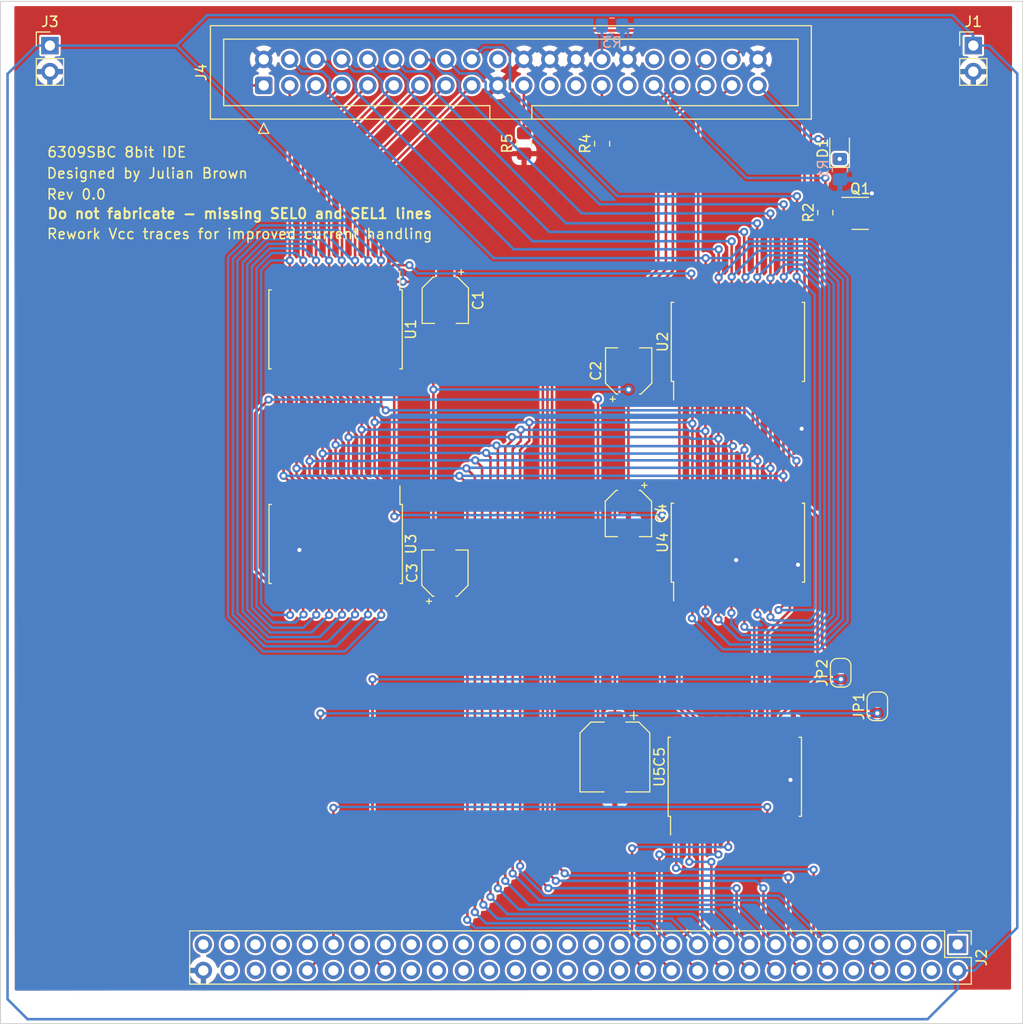
<source format=kicad_pcb>
(kicad_pcb (version 20221018) (generator pcbnew)
  (layers (0 "F.Cu" signal) (31 "B.Cu" signal) (34 "B.Paste" user) (35 "F.Paste" user) (36 "B.SilkS" user "B.Silkscreen") (37 "F.SilkS" user "F.Silkscreen") (38 "B.Mask" user) (39 "F.Mask" user) (44 "Edge.Cuts" user))
  (net 0 "")
  (net 1 "+5V")
  (net 2 "GND")
  (net 3 "Net-(D1-K)")
  (net 4 "DASP")
  (net 5 "~{RESET}")
  (net 6 "/ID7")
  (net 7 "/ID8")
  (net 8 "/ID6")
  (net 9 "/ID9")
  (net 10 "/ID5")
  (net 11 "/ID10")
  (net 12 "/ID4")
  (net 13 "/ID11")
  (net 14 "/ID3")
  (net 15 "/ID12")
  (net 16 "/ID2")
  (net 17 "/ID13")
  (net 18 "/ID1")
  (net 19 "/ID14")
  (net 20 "/ID0")
  (net 21 "/ID15")
  (net 23 "/DMAR")
  (net 24 "~{IDR}")
  (net 25 "~{IDW}")
  (net 26 "/IORY")
  (net 27 "/CSEL")
  (net 28 "Clock24")
  (net 29 "Clock3")
  (net 31 "Clock6")
  (net 32 "~{E}")
  (net 33 "~{Q}")
  (net 34 "Q")
  (net 35 "~{CS0}")
  (net 36 "~{CS1}")
  (net 37 "~{RES}")
  (net 38 "~{IRQ}")
  (net 39 "~{NMI}")
  (net 40 "~{SEL0}")
  (net 41 "~{SEL1}")
  (net 42 "R{slash}~{W}")
  (net 43 "/D0")
  (net 44 "/D1")
  (net 45 "/D2")
  (net 46 "/D3")
  (net 47 "/D4")
  (net 48 "/D5")
  (net 49 "/D7")
  (net 50 "/D6")
  (net 51 "A0")
  (net 52 "A1")
  (net 53 "A2")
  (net 54 "A3")
  (net 55 "A4")
  (net 56 "~{INTRQ}")
  (net 57 "Net-(Q1-B)")
  (net 58 "~{LDR}")
  (net 59 "~{UDW}")
  (net 60 "~{LDW}")
  (net 61 "~{UDR}")
  (net 62 "~{IOR}")
  (net 63 "~{IOW}")
  (net 64 "E")
  (net 65 "A5")
  (net 66 "A6")
  (net 67 "A7")
  (net 68 "MAPPED_MEM")
  (net 69 "A8")
  (net 70 "ROM{slash}~{RAM}")
  (net 71 "A9")
  (net 72 "Q1")
  (net 73 "A10")
  (net 74 "Q2")
  (net 75 "A11")
  (net 76 "Q3")
  (net 77 "A12")
  (net 78 "Q4")
  (net 79 "A13")
  (net 80 "Q5")
  (net 81 "A14")
  (net 82 "Q6")
  (net 83 "A15")
  (net 84 "Q7")
  (net 86 "Q8")
  (net 87 "~{DMA}")
  (net 88 "~{FIRQ}")
  (net 89 "~{HALT}")
  (net 91 "BA")
  (net 92 "MRDY")
  (net 93 "BS")
  (net 99 "Net-(J4-Pin_31)")
  (footprint "Connector_PinHeader_2.54mm:PinHeader_2x30_P2.54mm_Vertical" (layer "F.Cu") (at 201.7472 135.1992 -90)
    (fp_text reference "J2")
    (fp_text value "Expansion Port")
  )
  (footprint "Capacitor_SMD:CP_Elec_4x3" (layer "F.Cu") (at 169.5958 93.113 -90)
    (fp_text reference "C4")
    (fp_text value "2uF")
  )
  (footprint "LED_SMD:LED_0805_2012Metric_Pad1.15x1.40mm_HandSolder" (layer "F.Cu") (at 190.2206 57.4478 90)
    (fp_text reference "D1")
    (fp_text value "LED")
  )
  (footprint "Capacitor_SMD:CP_Elec_4x3" (layer "F.Cu") (at 169.6212 79.1938 90)
    (fp_text reference "C2")
    (fp_text value "2uF")
  )
  (footprint "Jumper:SolderJumper-2_P1.3mm_Open_RoundedPad1.0x1.5mm" (layer "F.Cu") (at 190.3222 108.6612 90)
    (fp_text reference "JP2")
    (fp_text value "LKB")
  )
  (footprint "Package_SO:SOIC-20W_7.5x12.8mm_P1.27mm" (layer "F.Cu") (at 180.2892 76.3524 90)
    (fp_text reference "U2")
    (fp_text value "74LS245")
  )
  (footprint "Capacitor_SMD:CP_Elec_6.3x3" (layer "F.Cu") (at 168.275 116.8908 -90)
    (fp_text reference "C5")
    (fp_text value "10uF")
  )
  (footprint "Resistor_SMD:R_0805_2012Metric_Pad1.20x1.40mm_HandSolder" (layer "F.Cu") (at 167.0304 56.9976 90)
    (fp_text reference "R4")
    (fp_text value "2K2")
  )
  (footprint "Package_SO:SOIC-20W_7.5x12.8mm_P1.27mm" (layer "F.Cu") (at 141.0108 96.0882 -90)
    (fp_text reference "U3")
    (fp_text value "74LS574")
  )
  (footprint "Connector_PinHeader_2.54mm:PinHeader_1x02_P2.54mm_Vertical" (layer "F.Cu") (at 203.2762 47.4168)
    (fp_text reference "J1")
    (fp_text value "Power Link")
  )
  (footprint "Connector_PinHeader_2.54mm:PinHeader_1x02_P2.54mm_Vertical" (layer "F.Cu") (at 113.1062 47.4218)
    (fp_text reference "J3")
    (fp_text value "Power Link")
  )
  (footprint "Connector_IDC:IDC-Header_2x20_P2.54mm_Vertical" (layer "F.Cu") (at 133.985 51.308 90)
    (fp_text reference "J4")
    (fp_text value "IDE IDC")
  )
  (footprint "Resistor_SMD:R_0805_2012Metric_Pad1.20x1.40mm_HandSolder" (layer "F.Cu") (at 159.4104 56.9722 90)
    (fp_text reference "R5")
    (fp_text value "2K2")
  )
  (footprint "Resistor_SMD:R_0805_2012Metric_Pad1.20x1.40mm_HandSolder" (layer "F.Cu") (at 188.8236 63.7286 90)
    (fp_text reference "R2")
    (fp_text value "3K9")
  )
  (footprint "Package_SO:SOIC-20W_7.5x12.8mm_P1.27mm" (layer "F.Cu") (at 140.9954 75.1332 -90)
    (fp_text reference "U1")
    (fp_text value "74LS245")
  )
  (footprint "Capacitor_SMD:CP_Elec_4x3" (layer "F.Cu") (at 151.7142 72.2884 -90)
    (fp_text reference "C1")
    (fp_text value "2uF")
  )
  (footprint "Package_SO:SOIC-20W_7.5x12.8mm_P1.27mm" (layer "F.Cu") (at 179.9844 118.823 90)
    (fp_text reference "U5")
    (fp_text value "GAL16V8")
  )
  (footprint "Package_SO:SOIC-20W_7.5x12.8mm_P1.27mm" (layer "F.Cu") (at 180.2892 95.9594 90)
    (fp_text reference "U4")
    (fp_text value "74LS574")
  )
  (footprint "Capacitor_SMD:CP_Elec_4x3" (layer "F.Cu") (at 151.6788 98.9366 90)
    (fp_text reference "C3")
    (fp_text value "2uF")
  )
  (footprint "Jumper:SolderJumper-2_P1.3mm_Open_RoundedPad1.0x1.5mm" (layer "F.Cu") (at 193.9036 111.9378 90)
    (fp_text reference "JP1")
    (fp_text value "LKA")
  )
  (footprint "Package_TO_SOT_SMD:SOT-23-3" (layer "F.Cu") (at 192.2327 63.8048)
    (fp_text reference "Q1")
    (fp_text value "NPN")
  )
  (footprint "Resistor_SMD:R_0805_2012Metric_Pad1.20x1.40mm_HandSolder" (layer "B.Cu") (at 167.9956 45.466)
    (fp_text reference "R3")
    (fp_text value "10K")
  )
  (footprint "Resistor_SMD:R_0805_2012Metric_Pad1.20x1.40mm_HandSolder" (layer "B.Cu") (at 190.246 59.4962 -90)
    (fp_text reference "R1")
    (fp_text value "330R")
  )
  (gr_rect (start 108.2802 43.1038) (end 208.1022 142.9258) (stroke (width 0.1)) (fill none) (layer "Edge.Cuts"))
  (gr_text "Rev 0.0" (at 112.6998 62.5348) (layer "F.SilkS") (effects (font (size 1 1)) (justify left bottom)))
  (gr_text "6309SBC 8bit IDE" (at 112.7506 58.42) (layer "F.SilkS") (effects (font (size 1 1)) (justify left bottom)))
  (gr_text "Do not fabricate - missing SEL0 and SEL1 lines" (at 112.7506 64.4144) (layer "F.SilkS") (effects (font (size 1 1) (thickness 0.2) bold) (justify left bottom)))
  (gr_text "Designed by Julian Brown" (at 112.6998 60.4774) (layer "F.SilkS") (effects (font (size 1 1)) (justify left bottom)))
  (gr_text "Rework Vcc traces for improved current handling" (at 112.7252 66.3956) (layer "F.SilkS") (effects (font (size 1 1)) (justify left bottom)))
  (segment (start 150.5538 81.0006) (end 150.5538 71.6488) (width 0.25) (layer "F.Cu") (net 1))
  (segment (start 174.5656 80.9938) (end 174.5742 81.0024) (width 0.25) (layer "F.Cu") (net 1))
  (segment (start 146.7104 70.4832) (end 146.7156 70.4884) (width 0.25) (layer "F.Cu") (net 1))
  (segment (start 147.5706 70.4884) (end 147.574 70.485) (width 0.25) (layer "F.Cu") (net 1))
  (segment (start 150.5538 71.6488) (end 151.7142 70.4884) (width 0.25) (layer "F.Cu") (net 1))
  (segment (start 146.7258 100.7382) (end 151.6772 100.7382) (width 0.25) (layer "F.Cu") (net 1))
  (segment (start 150.5538 99.6116) (end 150.5538 81.0006) (width 0.25) (layer "F.Cu") (net 1))
  (segment (start 174.5706 91.313) (end 174.5742 91.3094) (width 0.25) (layer "F.Cu") (net 1))
  (segment (start 151.638 70.485) (end 151.6414 70.4884) (width 0.25) (layer "F.Cu") (net 1))
  (segment (start 169.5958 91.313) (end 168.275 92.6338) (width 0.25) (layer "F.Cu") (net 1))
  (segment (start 146.7104 70.4832) (end 146.7104 79.7832) (width 0.25) (layer "F.Cu") (net 1))
  (segment (start 174.5742 91.3094) (end 174.5742 81.0024) (width 0.25) (layer "F.Cu") (net 1))
  (segment (start 169.5958 91.313) (end 174.5706 91.313) (width 0.25) (layer "F.Cu") (net 1))
  (segment (start 151.6414 70.4884) (end 151.7142 70.4884) (width 0.25) (layer "F.Cu") (net 1))
  (segment (start 169.6212 80.9938) (end 174.5656 80.9938) (width 0.25) (layer "F.Cu") (net 1))
  (segment (start 146.7156 70.4884) (end 147.5706 70.4884) (width 0.25) (layer "F.Cu") (net 1))
  (segment (start 151.6346 70.4884) (end 151.638 70.485) (width 0.25) (layer "F.Cu") (net 1))
  (segment (start 147.5774 70.4884) (end 151.6346 70.4884) (width 0.25) (layer "F.Cu") (net 1))
  (segment (start 147.574 70.485) (end 147.5774 70.4884) (width 0.25) (layer "F.Cu") (net 1))
  (segment (start 151.6772 100.7382) (end 151.6788 100.7366) (width 0.25) (layer "F.Cu") (net 1))
  (segment (start 151.6788 100.7366) (end 150.5538 99.6116) (width 0.25) (layer "F.Cu") (net 1))
  (segment (start 168.275 114.1908) (end 174.2516 114.1908) (width 0.25) (layer "F.Cu") (net 1))
  (segment (start 168.275 92.6338) (end 168.275 114.1908) (width 0.25) (layer "F.Cu") (net 1))
  (segment (start 174.2516 114.1908) (end 174.2694 114.173) (width 0.25) (layer "F.Cu") (net 1))
  (segment (start 169.5958 81.0192) (end 169.5958 91.313) (width 0.25) (layer "F.Cu") (net 1))
  (segment (start 174.5742 81.0024) (end 174.5742 71.7024) (width 0.25) (layer "F.Cu") (net 1))
  (via (at 169.6212 81.0006) (size 0.8) (drill 0.4) (layers "F.Cu" "B.Cu") (net 1))
  (via (at 147.574 70.485) (size 0.8) (drill 0.4) (layers "F.Cu" "B.Cu") (net 1))
  (via (at 150.5538 81.0006) (size 0.8) (drill 0.4) (layers "F.Cu" "B.Cu") (net 1))
  (segment (start 198.8058 142.494) (end 201.7472 139.5526) (width 0.25) (layer "B.Cu") (net 1))
  (segment (start 147.574 70.485) (end 147.574 69.510495) (width 0.25) (layer "B.Cu") (net 1))
  (segment (start 111.7346 47.4218) (end 108.966 50.1904) (width 0.25) (layer "B.Cu") (net 1))
  (segment (start 169.6212 81.0006) (end 150.5538 81.0006) (width 0.25) (layer "B.Cu") (net 1))
  (segment (start 207.5688 133.5532) (end 203.3828 137.7392) (width 0.25) (layer "B.Cu") (net 1))
  (segment (start 203.2762 46.4566) (end 203.2762 47.4168) (width 0.25) (layer "B.Cu") (net 1))
  (segment (start 147.574 69.510495) (end 125.485305 47.4218) (width 0.25) (layer "B.Cu") (net 1))
  (segment (start 201.7472 139.5526) (end 201.7472 137.7392) (width 0.25) (layer "B.Cu") (net 1))
  (segment (start 203.3828 137.7392) (end 201.7472 137.7392) (width 0.25) (layer "B.Cu") (net 1))
  (segment (start 125.485305 47.4218) (end 128.466105 44.441) (width 0.25) (layer "B.Cu") (net 1))
  (segment (start 108.966 50.1904) (end 108.966 140.5382) (width 0.25) (layer "B.Cu") (net 1))
  (segment (start 125.485305 47.4218) (end 113.1062 47.4218) (width 0.25) (layer "B.Cu") (net 1))
  (segment (start 203.2762 47.4168) (end 204.8206 47.4168) (width 0.25) (layer "B.Cu") (net 1))
  (segment (start 113.1062 47.4218) (end 111.7346 47.4218) (width 0.25) (layer "B.Cu") (net 1))
  (segment (start 128.466105 44.441) (end 201.2606 44.441) (width 0.25) (layer "B.Cu") (net 1))
  (segment (start 110.9218 142.494) (end 198.8058 142.494) (width 0.25) (layer "B.Cu") (net 1))
  (segment (start 204.8206 47.4168) (end 207.5688 50.165) (width 0.25) (layer "B.Cu") (net 1))
  (segment (start 201.2606 44.441) (end 203.2762 46.4566) (width 0.25) (layer "B.Cu") (net 1))
  (segment (start 207.5688 50.165) (end 207.5688 133.5532) (width 0.25) (layer "B.Cu") (net 1))
  (segment (start 108.966 140.5382) (end 110.9218 142.494) (width 0.25) (layer "B.Cu") (net 1))
  (segment (start 159.385 48.768) (end 156.845 51.308) (width 0.25) (layer "F.Cu") (net 2))
  (segment (start 193.3702 61.849) (end 193.3702 63.8048) (width 0.25) (layer "F.Cu") (net 2))
  (via (at 180.1114 97.663) (size 0.8) (drill 0.4) (layers "F.Cu" "B.Cu") (net 2))
  (via (at 185.42 119.126) (size 0.8) (drill 0.4) (layers "F.Cu" "B.Cu") (net 2))
  (via (at 186.5122 84.836) (size 0.8) (drill 0.4) (layers "F.Cu" "B.Cu") (net 2))
  (via (at 186.1566 98.1202) (size 0.8) (drill 0.4) (layers "F.Cu" "B.Cu") (net 2))
  (via (at 193.3702 61.849) (size 0.8) (drill 0.4) (layers "F.Cu" "B.Cu") (net 2))
  (via (at 137.4648 96.6724) (size 0.8) (drill 0.4) (layers "F.Cu" "B.Cu") (net 2))
  (segment (start 169.545 48.768) (end 169.545 46.0154) (width 0.25) (layer "B.Cu") (net 2))
  (segment (start 191.271 59.4712) (end 190.246 60.4962) (width 0.25) (layer "B.Cu") (net 2))
  (segment (start 169.545 46.0154) (end 168.9956 45.466) (width 0.25) (layer "B.Cu") (net 2))
  (segment (start 192.0174 60.4962) (end 193.3702 61.849) (width 0.25) (layer "B.Cu") (net 2))
  (segment (start 190.246 60.4962) (end 192.0174 60.4962) (width 0.25) (layer "B.Cu") (net 2))
  (segment (start 182.245 48.768) (end 191.271 57.794) (width 0.25) (layer "B.Cu") (net 2))
  (segment (start 191.271 57.794) (end 191.271 59.4712) (width 0.25) (layer "B.Cu") (net 2))
  (via (at 190.2206 58.4962) (size 0.8) (drill 0.4) (layers "F.Cu" "B.Cu") (net 3))
  (segment (start 190.103 56.5404) (end 190.2206 56.4228) (width 0.25) (layer "F.Cu") (net 4))
  (segment (start 188.1378 56.5404) (end 190.103 56.5404) (width 0.25) (layer "F.Cu") (net 4))
  (via (at 188.1378 56.5404) (size 0.8) (drill 0.4) (layers "F.Cu" "B.Cu") (net 4))
  (segment (start 187.4774 56.5404) (end 188.1378 56.5404) (width 0.25) (layer "B.Cu") (net 4))
  (segment (start 182.245 51.308) (end 187.4774 56.5404) (width 0.25) (layer "B.Cu") (net 4))
  (segment (start 187.4128 64.930973) (end 188.5188 66.036973) (width 0.25) (layer "F.Cu") (net 5))
  (segment (start 133.1214 45.9486) (end 183.490996 45.9486) (width 0.25) (layer "F.Cu") (net 5))
  (segment (start 188.5188 106.2078) (end 190.3222 108.0112) (width 0.25) (layer "F.Cu") (net 5))
  (segment (start 188.087 50.544604) (end 187.4128 51.218804) (width 0.25) (layer "F.Cu") (net 5))
  (segment (start 188.5188 66.036973) (end 188.5188 106.2078) (width 0.25) (layer "F.Cu") (net 5))
  (segment (start 131.6736 50.3682) (end 131.6736 47.3964) (width 0.25) (layer "F.Cu") (net 5))
  (segment (start 187.4128 51.218804) (end 187.4128 64.930973) (width 0.25) (layer "F.Cu") (net 5))
  (segment (start 183.490996 45.9486) (end 188.087 50.544604) (width 0.25) (layer "F.Cu") (net 5))
  (segment (start 132.6134 51.308) (end 131.6736 50.3682) (width 0.25) (layer "F.Cu") (net 5))
  (segment (start 131.6736 47.3964) (end 133.1214 45.9486) (width 0.25) (layer "F.Cu") (net 5))
  (segment (start 133.985 51.308) (end 132.6134 51.308) (width 0.25) (layer "F.Cu") (net 5))
  (segment (start 136.525 68.4022) (end 136.525 51.308) (width 0.25) (layer "F.Cu") (net 6))
  (segment (start 136.5504 103.0224) (end 136.5504 100.7536) (width 0.25) (layer "F.Cu") (net 6))
  (segment (start 136.5504 100.7536) (end 136.5658 100.7382) (width 0.25) (layer "F.Cu") (net 6))
  (segment (start 136.525 70.202) (end 136.525 68.4022) (width 0.25) (layer "F.Cu") (net 6))
  (via (at 136.525 68.4022) (size 0.8) (drill 0.4) (layers "F.Cu" "B.Cu") (net 6))
  (via (at 136.5504 103.0224) (size 0.8) (drill 0.4) (layers "F.Cu" "B.Cu") (net 6))
  (segment (start 133.731 101.9556) (end 134.7978 103.0224) (width 0.25) (layer "B.Cu") (net 6))
  (segment (start 133.731 69.342) (end 133.731 101.9556) (width 0.25) (layer "B.Cu") (net 6))
  (segment (start 134.7978 103.0224) (end 136.5504 103.0224) (width 0.25) (layer "B.Cu") (net 6))
  (segment (start 136.525 68.4022) (end 134.6708 68.4022) (width 0.25) (layer "B.Cu") (net 6))
  (segment (start 134.6708 68.4022) (end 133.731 69.342) (width 0.25) (layer "B.Cu") (net 6))
  (segment (start 175.8442 103.3018) (end 175.8442 100.6094) (width 0.25) (layer "F.Cu") (net 7))
  (segment (start 175.7934 103.3526) (end 175.8442 103.3018) (width 0.25) (layer "F.Cu") (net 7))
  (segment (start 177.1396 71.677) (end 177.1142 71.7024) (width 0.25) (layer "F.Cu") (net 7))
  (segment (start 177.1396 68.1736) (end 177.1396 71.677) (width 0.25) (layer "F.Cu") (net 7))
  (via (at 177.1396 68.1736) (size 0.8) (drill 0.4) (layers "F.Cu" "B.Cu") (net 7))
  (via (at 175.7934 103.3526) (size 0.8) (drill 0.4) (layers "F.Cu" "B.Cu") (net 7))
  (segment (start 191.0008 70.088424) (end 187.464376 66.552) (width 0.25) (layer "B.Cu") (net 7))
  (segment (start 188.266196 106.3752) (end 191.0008 103.640596) (width 0.25) (layer "B.Cu") (net 7))
  (segment (start 137.7 49.943) (end 139.7066 49.943) (width 0.25) (layer "B.Cu") (net 7))
  (segment (start 140.43 50.6664) (end 140.43 52.165) (width 0.25) (layer "B.Cu") (net 7))
  (segment (start 179.578 68.1736) (end 177.1396 68.1736) (width 0.25) (layer "B.Cu") (net 7))
  (segment (start 156.4386 68.1736) (end 177.1396 68.1736) (width 0.25) (layer "B.Cu") (net 7))
  (segment (start 187.464376 66.552) (end 181.1996 66.552) (width 0.25) (layer "B.Cu") (net 7))
  (segment (start 178.816 106.3752) (end 188.266196 106.3752) (width 0.25) (layer "B.Cu") (net 7))
  (segment (start 181.1996 66.552) (end 179.578 68.1736) (width 0.25) (layer "B.Cu") (net 7))
  (segment (start 191.0008 103.640596) (end 191.0008 70.088424) (width 0.25) (layer "B.Cu") (net 7))
  (segment (start 136.525 48.768) (end 137.7 49.943) (width 0.25) (layer "B.Cu") (net 7))
  (segment (start 139.7066 49.943) (end 140.43 50.6664) (width 0.25) (layer "B.Cu") (net 7))
  (segment (start 175.7934 103.3526) (end 178.816 106.3752) (width 0.25) (layer "B.Cu") (net 7))
  (segment (start 140.43 52.165) (end 156.4386 68.1736) (width 0.25) (layer "B.Cu") (net 7))
  (segment (start 137.8358 102.9362) (end 137.8358 100.7382) (width 0.25) (layer "F.Cu") (net 8))
  (segment (start 137.8204 68.4276) (end 137.8458 68.4022) (width 0.25) (layer "F.Cu") (net 8))
  (segment (start 137.8204 70.4832) (end 137.8204 68.4276) (width 0.25) (layer "F.Cu") (net 8))
  (segment (start 137.8712 102.9716) (end 137.8358 102.9362) (width 0.25) (layer "F.Cu") (net 8))
  (segment (start 137.8204 52.5526) (end 139.065 51.308) (width 0.25) (layer "F.Cu") (net 8))
  (segment (start 137.8458 68.4022) (end 137.8204 68.3768) (width 0.25) (layer "F.Cu") (net 8))
  (segment (start 137.8204 68.3768) (end 137.8204 52.5526) (width 0.25) (layer "F.Cu") (net 8))
  (via (at 137.8712 102.9716) (size 0.8) (drill 0.4) (layers "F.Cu" "B.Cu") (net 8))
  (via (at 137.8458 68.4022) (size 0.8) (drill 0.4) (layers "F.Cu" "B.Cu") (net 8))
  (segment (start 137.8712 102.9716) (end 137.0954 103.7474) (width 0.25) (layer "B.Cu") (net 8))
  (segment (start 133.281 69.155604) (end 134.759404 67.6772) (width 0.25) (layer "B.Cu") (net 8))
  (segment (start 134.759404 67.6772) (end 137.1208 67.6772) (width 0.25) (layer "B.Cu") (net 8))
  (segment (start 134.886404 103.7474) (end 133.281 102.141996) (width 0.25) (layer "B.Cu") (net 8))
  (segment (start 137.1208 67.6772) (end 137.8458 68.4022) (width 0.25) (layer "B.Cu") (net 8))
  (segment (start 137.0954 103.7474) (end 134.886404 103.7474) (width 0.25) (layer "B.Cu") (net 8))
  (segment (start 133.281 102.141996) (end 133.281 69.155604) (width 0.25) (layer "B.Cu") (net 8))
  (segment (start 178.4096 70.0786) (end 178.4096 71.677) (width 0.25) (layer "F.Cu") (net 9))
  (segment (start 178.4096 70.0786) (end 178.4096 67.31) (width 0.25) (layer "F.Cu") (net 9))
  (segment (start 177.1142 102.6922) (end 177.1142 100.6094) (width 0.25) (layer "F.Cu") (net 9))
  (segment (start 178.4096 71.677) (end 178.3842 71.7024) (width 0.25) (layer "F.Cu") (net 9))
  (via (at 178.4096 70.0786) (size 0.8) (drill 0.4) (layers "F.Cu" "B.Cu") (net 9))
  (via (at 178.4096 67.31) (size 0.8) (drill 0.4) (layers "F.Cu" "B.Cu") (net 9))
  (via (at 177.1142 102.6922) (size 0.8) (drill 0.4) (layers "F.Cu" "B.Cu") (net 9))
  (segment (start 178.4096 70.0786) (end 181.4862 67.002) (width 0.25) (layer "B.Cu") (net 9))
  (segment (start 158.3944 67.31) (end 178.4096 67.31) (width 0.25) (layer "B.Cu") (net 9))
  (segment (start 181.4862 67.002) (end 187.27798 67.002) (width 0.25) (layer "B.Cu") (net 9))
  (segment (start 141.118299 50.133) (end 142.091701 50.133) (width 0.25) (layer "B.Cu") (net 9))
  (segment (start 142.97 51.8856) (end 158.3944 67.31) (width 0.25) (layer "B.Cu") (net 9))
  (segment (start 142.091701 50.133) (end 142.97 51.011299) (width 0.25) (layer "B.Cu") (net 9))
  (segment (start 187.27798 67.002) (end 190.5508 70.27482) (width 0.25) (layer "B.Cu") (net 9))
  (segment (start 188.1014 105.9036) (end 179.5128 105.9036) (width 0.25) (layer "B.Cu") (net 9))
  (segment (start 139.753299 48.768) (end 141.118299 50.133) (width 0.25) (layer "B.Cu") (net 9))
  (segment (start 190.5508 70.27482) (end 190.5508 103.4542) (width 0.25) (layer "B.Cu") (net 9))
  (segment (start 190.5508 103.4542) (end 188.1014 105.9036) (width 0.25) (layer "B.Cu") (net 9))
  (segment (start 142.97 51.011299) (end 142.97 51.8856) (width 0.25) (layer "B.Cu") (net 9))
  (segment (start 179.5128 105.9036) (end 177.1142 103.505) (width 0.25) (layer "B.Cu") (net 9))
  (segment (start 177.1142 103.505) (end 177.1142 102.6922) (width 0.25) (layer "B.Cu") (net 9))
  (segment (start 139.065 48.768) (end 139.753299 48.768) (width 0.25) (layer "B.Cu") (net 9))
  (segment (start 139.1158 100.7482) (end 139.1058 100.7382) (width 0.25) (layer "F.Cu") (net 10))
  (segment (start 139.0904 68.4022) (end 139.0904 70.4832) (width 0.25) (layer "F.Cu") (net 10))
  (segment (start 141.605 51.308) (end 139.0904 53.8226) (width 0.25) (layer "F.Cu") (net 10))
  (segment (start 139.1158 102.997) (end 139.1158 100.7482) (width 0.25) (layer "F.Cu") (net 10))
  (segment (start 139.0904 53.8226) (end 139.0904 68.4022) (width 0.25) (layer "F.Cu") (net 10))
  (via (at 139.0904 68.4022) (size 0.8) (drill 0.4) (layers "F.Cu" "B.Cu") (net 10))
  (via (at 139.1158 102.997) (size 0.8) (drill 0.4) (layers "F.Cu" "B.Cu") (net 10))
  (segment (start 137.9154 67.2272) (end 139.0904 68.4022) (width 0.25) (layer "B.Cu") (net 10))
  (segment (start 139.1158 102.997) (end 137.8458 104.267) (width 0.25) (layer "B.Cu") (net 10))
  (segment (start 132.831 102.328392) (end 132.831 68.969208) (width 0.25) (layer "B.Cu") (net 10))
  (segment (start 134.769608 104.267) (end 132.831 102.328392) (width 0.25) (layer "B.Cu") (net 10))
  (segment (start 132.831 68.969208) (end 134.573008 67.2272) (width 0.25) (layer "B.Cu") (net 10))
  (segment (start 137.8458 104.267) (end 134.769608 104.267) (width 0.25) (layer "B.Cu") (net 10))
  (segment (start 134.573008 67.2272) (end 137.9154 67.2272) (width 0.25) (layer "B.Cu") (net 10))
  (segment (start 179.6796 70.0024) (end 179.6796 71.677) (width 0.25) (layer "F.Cu") (net 11))
  (segment (start 179.6796 71.677) (end 179.6542 71.7024) (width 0.25) (layer "F.Cu") (net 11))
  (segment (start 178.3842 103.4542) (end 178.3842 100.6094) (width 0.25) (layer "F.Cu") (net 11))
  (segment (start 179.6796 66.5226) (end 179.6796 70.0024) (width 0.25) (layer "F.Cu") (net 11))
  (via (at 179.6796 66.5226) (size 0.8) (drill 0.4) (layers "F.Cu" "B.Cu") (net 11))
  (via (at 178.3842 103.4542) (size 0.8) (drill 0.4) (layers "F.Cu" "B.Cu") (net 11))
  (via (at 179.6796 70.0024) (size 0.8) (drill 0.4) (layers "F.Cu" "B.Cu") (net 11))
  (segment (start 178.3842 103.4542) (end 180.3836 105.4536) (width 0.25) (layer "B.Cu") (net 11))
  (segment (start 160.237899 66.5226) (end 179.6796 66.5226) (width 0.25) (layer "B.Cu") (net 11))
  (segment (start 190.0902 70.450616) (end 187.091584 67.452) (width 0.25) (layer "B.Cu") (net 11))
  (segment (start 141.605 48.768) (end 142.78 49.943) (width 0.25) (layer "B.Cu") (net 11))
  (segment (start 187.091584 67.452) (end 182.23 67.452) (width 0.25) (layer "B.Cu") (net 11))
  (segment (start 180.3836 105.4536) (end 187.87258 105.4536) (width 0.25) (layer "B.Cu") (net 11))
  (segment (start 142.78 49.943) (end 144.5834 49.943) (width 0.25) (layer "B.Cu") (net 11))
  (segment (start 144.5834 49.943) (end 145.51 50.8696) (width 0.25) (layer "B.Cu") (net 11))
  (segment (start 145.51 50.8696) (end 145.51 51.794701) (width 0.25) (layer "B.Cu") (net 11))
  (segment (start 182.23 67.452) (end 179.6796 70.0024) (width 0.25) (layer "B.Cu") (net 11))
  (segment (start 190.0902 103.23598) (end 190.0902 70.450616) (width 0.25) (layer "B.Cu") (net 11))
  (segment (start 145.51 51.794701) (end 160.237899 66.5226) (width 0.25) (layer "B.Cu") (net 11))
  (segment (start 187.87258 105.4536) (end 190.0902 103.23598) (width 0.25) (layer "B.Cu") (net 11))
  (segment (start 140.3604 68.4022) (end 140.3604 55.0926) (width 0.25) (layer "F.Cu") (net 12))
  (segment (start 140.3604 103.0224) (end 140.3604 100.7536) (width 0.25) (layer "F.Cu") (net 12))
  (segment (start 140.3604 70.4832) (end 140.3604 68.4022) (width 0.25) (layer "F.Cu") (net 12))
  (segment (start 140.3604 55.0926) (end 144.145 51.308) (width 0.25) (layer "F.Cu") (net 12))
  (segment (start 140.3604 100.7536) (end 140.3758 100.7382) (width 0.25) (layer "F.Cu") (net 12))
  (via (at 140.3604 103.0224) (size 0.8) (drill 0.4) (layers "F.Cu" "B.Cu") (net 12))
  (via (at 140.3604 68.4022) (size 0.8) (drill 0.4) (layers "F.Cu" "B.Cu") (net 12))
  (segment (start 138.6586 104.7242) (end 134.590412 104.7242) (width 0.25) (layer "B.Cu") (net 12))
  (segment (start 134.386612 66.7772) (end 138.7354 66.7772) (width 0.25) (layer "B.Cu") (net 12))
  (segment (start 140.3604 103.0224) (end 138.6586 104.7242) (width 0.25) (layer "B.Cu") (net 12))
  (segment (start 134.590412 104.7242) (end 132.381 102.514788) (width 0.25) (layer "B.Cu") (net 12))
  (segment (start 132.381 102.514788) (end 132.381 68.782812) (width 0.25) (layer "B.Cu") (net 12))
  (segment (start 138.7354 66.7772) (end 140.3604 68.4022) (width 0.25) (layer "B.Cu") (net 12))
  (segment (start 132.381 68.782812) (end 134.386612 66.7772) (width 0.25) (layer "B.Cu") (net 12))
  (segment (start 181.0258 70.0278) (end 180.9242 70.1294) (width 0.25) (layer "F.Cu") (net 13))
  (segment (start 180.8988 65.6082) (end 180.8988 69.9008) (width 0.25) (layer "F.Cu") (net 13))
  (segment (start 180.9242 70.1294) (end 180.9242 71.7024) (width 0.25) (layer "F.Cu") (net 13))
  (segment (start 180.8988 69.9008) (end 181.0258 70.0278) (width 0.25) (layer "F.Cu") (net 13))
  (segment (start 179.6542 102.8192) (end 179.6542 100.6094) (width 0.25) (layer "F.Cu") (net 13))
  (via (at 180.8988 65.6082) (size 0.8) (drill 0.4) (layers "F.Cu" "B.Cu") (net 13))
  (via (at 179.6542 102.8192) (size 0.8) (drill 0.4) (layers "F.Cu" "B.Cu") (net 13))
  (via (at 181.0258 70.0278) (size 0.8) (drill 0.4) (layers "F.Cu" "B.Cu") (net 13))
  (segment (start 180.721 105.0036) (end 179.6542 103.9368) (width 0.25) (layer "B.Cu") (net 13))
  (segment (start 148.05 51.794701) (end 161.863499 65.6082) (width 0.25) (layer "B.Cu") (net 13))
  (segment (start 161.863499 65.6082) (end 180.8988 65.6082) (width 0.25) (layer "B.Cu") (net 13))
  (segment (start 145.32 49.943) (end 147.171701 49.943) (width 0.25) (layer "B.Cu") (net 13))
  (segment (start 179.6542 103.9368) (end 179.6542 102.8192) (width 0.25) (layer "B.Cu") (net 13))
  (segment (start 148.05 50.821299) (end 148.05 51.794701) (width 0.25) (layer "B.Cu") (net 13))
  (segment (start 186.905188 67.902) (end 189.6402 70.637012) (width 0.25) (layer "B.Cu") (net 13))
  (segment (start 183.1516 67.902) (end 186.905188 67.902) (width 0.25) (layer "B.Cu") (net 13))
  (segment (start 189.6402 70.637012) (end 189.6402 103.049584) (width 0.25) (layer "B.Cu") (net 13))
  (segment (start 144.145 48.768) (end 145.32 49.943) (width 0.25) (layer "B.Cu") (net 13))
  (segment (start 189.6402 103.049584) (end 187.686184 105.0036) (width 0.25) (layer "B.Cu") (net 13))
  (segment (start 181.0258 70.0278) (end 183.1516 67.902) (width 0.25) (layer "B.Cu") (net 13))
  (segment (start 147.171701 49.943) (end 148.05 50.821299) (width 0.25) (layer "B.Cu") (net 13))
  (segment (start 187.686184 105.0036) (end 180.721 105.0036) (width 0.25) (layer "B.Cu") (net 13))
  (segment (start 141.605 68.4022) (end 141.6304 68.4276) (width 0.25) (layer "F.Cu") (net 14))
  (segment (start 141.6304 68.4276) (end 141.6304 70.4832) (width 0.25) (layer "F.Cu") (net 14))
  (segment (start 141.6304 102.997) (end 141.6304 100.7536) (width 0.25) (layer "F.Cu") (net 14))
  (segment (start 141.6304 68.3768) (end 141.605 68.4022) (width 0.25) (layer "F.Cu") (net 14))
  (segment (start 146.685 51.308) (end 141.6304 56.3626) (width 0.25) (layer "F.Cu") (net 14))
  (segment (start 141.6304 56.3626) (end 141.6304 68.3768) (width 0.25) (layer "F.Cu") (net 14))
  (segment (start 141.6304 100.7536) (end 141.6458 100.7382) (width 0.25) (layer "F.Cu") (net 14))
  (via (at 141.6304 102.997) (size 0.8) (drill 0.4) (layers "F.Cu" "B.Cu") (net 14))
  (via (at 141.605 68.4022) (size 0.8) (drill 0.4) (layers "F.Cu" "B.Cu") (net 14))
  (segment (start 139.53 66.3272) (end 141.605 68.4022) (width 0.25) (layer "B.Cu") (net 14))
  (segment (start 139.446 105.1814) (end 134.411216 105.1814) (width 0.25) (layer "B.Cu") (net 14))
  (segment (start 134.200216 66.3272) (end 139.53 66.3272) (width 0.25) (layer "B.Cu") (net 14))
  (segment (start 131.931 68.596416) (end 134.200216 66.3272) (width 0.25) (layer "B.Cu") (net 14))
  (segment (start 141.6304 102.997) (end 139.446 105.1814) (width 0.25) (layer "B.Cu") (net 14))
  (segment (start 131.931 102.701184) (end 131.931 68.596416) (width 0.25) (layer "B.Cu") (net 14))
  (segment (start 134.411216 105.1814) (end 131.931 102.701184) (width 0.25) (layer "B.Cu") (net 14))
  (segment (start 180.9242 104.1654) (end 180.9242 100.6094) (width 0.25) (layer "F.Cu") (net 15))
  (segment (start 182.1688 70.0278) (end 182.1688 71.677) (width 0.25) (layer "F.Cu") (net 15))
  (segment (start 180.9158 104.1738) (end 180.9242 104.1654) (width 0.25) (layer "F.Cu") (net 15))
  (segment (start 182.1688 70.0278) (end 182.1688 64.77) (width 0.25) (layer "F.Cu") (net 15))
  (segment (start 182.1688 71.677) (end 182.1942 71.7024) (width 0.25) (layer "F.Cu") (net 15))
  (via (at 182.1688 70.0278) (size 0.8) (drill 0.4) (layers "F.Cu" "B.Cu") (net 15))
  (via (at 180.9158 104.1738) (size 0.8) (drill 0.4) (layers "F.Cu" "B.Cu") (net 15))
  (via (at 182.1688 64.77) (size 0.8) (drill 0.4) (layers "F.Cu" "B.Cu") (net 15))
  (segment (start 147.86 49.943) (end 150.019 49.943) (width 0.25) (layer "B.Cu") (net 15))
  (segment (start 189.1902 102.863188) (end 189.1902 70.823408) (width 0.25) (layer "B.Cu") (net 15))
  (segment (start 150.59 50.514) (end 150.59 51.8602) (width 0.25) (layer "B.Cu") (net 15))
  (segment (start 181.2376 104.4956) (end 187.557788 104.4956) (width 0.25) (layer "B.Cu") (net 15))
  (segment (start 180.9158 104.1738) (end 181.2376 104.4956) (width 0.25) (layer "B.Cu") (net 15))
  (segment (start 146.685 48.768) (end 147.86 49.943) (width 0.25) (layer "B.Cu") (net 15))
  (segment (start 186.718792 68.352) (end 183.8446 68.352) (width 0.25) (layer "B.Cu") (net 15))
  (segment (start 187.557788 104.4956) (end 189.1902 102.863188) (width 0.25) (layer "B.Cu") (net 15))
  (segment (start 183.8446 68.352) (end 182.1688 70.0278) (width 0.25) (layer "B.Cu") (net 15))
  (segment (start 150.019 49.943) (end 150.59 50.514) (width 0.25) (layer "B.Cu") (net 15))
  (segment (start 189.1902 70.823408) (end 186.718792 68.352) (width 0.25) (layer "B.Cu") (net 15))
  (segment (start 150.59 51.8602) (end 163.4998 64.77) (width 0.25) (layer "B.Cu") (net 15))
  (segment (start 163.4998 64.77) (end 182.1688 64.77) (width 0.25) (layer "B.Cu") (net 15))
  (segment (start 142.9004 100.7536) (end 142.9158 100.7382) (width 0.25) (layer "F.Cu") (net 16))
  (segment (start 142.9004 57.6326) (end 149.225 51.308) (width 0.25) (layer "F.Cu") (net 16))
  (segment (start 142.9004 70.4832) (end 142.9004 68.4022) (width 0.25) (layer "F.Cu") (net 16))
  (segment (start 142.9004 102.9716) (end 142.9004 100.7536) (width 0.25) (layer "F.Cu") (net 16))
  (segment (start 142.9004 68.4022) (end 142.9004 57.6326) (width 0.25) (layer "F.Cu") (net 16))
  (via (at 142.9004 102.9716) (size 0.8) (drill 0.4) (layers "F.Cu" "B.Cu") (net 16))
  (via (at 142.9004 68.4022) (size 0.8) (drill 0.4) (layers "F.Cu" "B.Cu") (net 16))
  (segment (start 133.97 65.8772) (end 140.105305 65.8772) (width 0.25) (layer "B.Cu") (net 16))
  (segment (start 134.22482 105.6314) (end 131.4196 102.82618) (width 0.25) (layer "B.Cu") (net 16))
  (segment (start 140.105305 65.8772) (end 142.630305 68.4022) (width 0.25) (layer "B.Cu") (net 16))
  (segment (start 140.2406 105.6314) (end 134.22482 105.6314) (width 0.25) (layer "B.Cu") (net 16))
  (segment (start 131.4196 102.82618) (end 131.4196 68.4276) (width 0.25) (layer "B.Cu") (net 16))
  (segment (start 142.9004 102.9716) (end 140.2406 105.6314) (width 0.25) (layer "B.Cu") (net 16))
  (segment (start 131.4196 68.4276) (end 133.97 65.8772) (width 0.25) (layer "B.Cu") (net 16))
  (segment (start 142.630305 68.4022) (end 142.9004 68.4022) (width 0.25) (layer "B.Cu") (net 16))
  (segment (start 182.1942 102.980905) (end 182.1942 100.6094) (width 0.25) (layer "F.Cu") (net 17))
  (segment (start 183.4642 70.1294) (end 183.4642 71.7024) (width 0.25) (layer "F.Cu") (net 17))
  (segment (start 183.4642 63.8048) (end 183.4642 70.1294) (width 0.25) (layer "F.Cu") (net 17))
  (via (at 183.4642 70.1294) (size 0.8) (drill 0.4) (layers "F.Cu" "B.Cu") (net 17))
  (via (at 183.4642 63.8048) (size 0.8) (drill 0.4) (layers "F.Cu" "B.Cu") (net 17))
  (via (at 182.1942 102.980905) (size 0.8) (drill 0.4) (layers "F.Cu" "B.Cu") (net 17))
  (segment (start 152.232901 50.1142) (end 153.0858 50.967099) (width 0.25) (layer "B.Cu") (net 17))
  (segment (start 187.411192 104.0058) (end 183.219095 104.0058) (width 0.25) (layer "B.Cu") (net 17))
  (segment (start 183.219095 104.0058) (end 182.1942 102.980905) (width 0.25) (layer "B.Cu") (net 17))
  (segment (start 165.0492 63.8048) (end 183.4642 63.8048) (width 0.25) (layer "B.Cu") (net 17))
  (segment (start 149.225 48.768) (end 150.103299 48.768) (width 0.25) (layer "B.Cu") (net 17))
  (segment (start 150.103299 48.768) (end 151.449499 50.1142) (width 0.25) (layer "B.Cu") (net 17))
  (segment (start 153.0858 51.8414) (end 165.0492 63.8048) (width 0.25) (layer "B.Cu") (net 17))
  (segment (start 188.7402 102.676792) (end 187.411192 104.0058) (width 0.25) (layer "B.Cu") (net 17))
  (segment (start 186.532396 68.802) (end 188.7402 71.009804) (width 0.25) (layer "B.Cu") (net 17))
  (segment (start 183.4642 70.1294) (end 184.7916 68.802) (width 0.25) (layer "B.Cu") (net 17))
  (segment (start 184.7916 68.802) (end 186.532396 68.802) (width 0.25) (layer "B.Cu") (net 17))
  (segment (start 151.449499 50.1142) (end 152.232901 50.1142) (width 0.25) (layer "B.Cu") (net 17))
  (segment (start 188.7402 71.009804) (end 188.7402 102.676792) (width 0.25) (layer "B.Cu") (net 17))
  (segment (start 153.0858 50.967099) (end 153.0858 51.8414) (width 0.25) (layer "B.Cu") (net 17))
  (segment (start 144.1958 68.4022) (end 144.1704 68.4276) (width 0.25) (layer "F.Cu") (net 18))
  (segment (start 144.1704 68.3768) (end 144.1958 68.4022) (width 0.25) (layer "F.Cu") (net 18))
  (segment (start 144.1704 58.9026) (end 144.1704 68.3768) (width 0.25) (layer "F.Cu") (net 18))
  (segment (start 144.1704 68.4276) (end 144.1704 70.4832) (width 0.25) (layer "F.Cu") (net 18))
  (segment (start 151.765 51.308) (end 144.1704 58.9026) (width 0.25) (layer "F.Cu") (net 18))
  (segment (start 144.1704 102.9716) (end 144.1704 100.7536) (width 0.25) (layer "F.Cu") (net 18))
  (segment (start 144.1704 100.7536) (end 144.1858 100.7382) (width 0.25) (layer "F.Cu") (net 18))
  (via (at 144.1704 102.9716) (size 0.8) (drill 0.4) (layers "F.Cu" "B.Cu") (net 18))
  (via (at 144.1958 68.4022) (size 0.8) (drill 0.4) (layers "F.Cu" "B.Cu") (net 18))
  (segment (start 133.783604 65.4272) (end 130.9696 68.241204) (width 0.25) (layer "B.Cu") (net 18))
  (segment (start 134.038424 106.0814) (end 141.0606 106.0814) (width 0.25) (layer "B.Cu") (net 18))
  (segment (start 130.9696 68.241204) (end 130.9696 74.7594) (width 0.25) (layer "B.Cu") (net 18))
  (segment (start 144.1958 68.4022) (end 141.2208 65.4272) (width 0.25) (layer "B.Cu") (net 18))
  (segment (start 138.7348 65.4272) (end 133.783604 65.4272) (width 0.25) (layer "B.Cu") (net 18))
  (segment (start 130.9696 103.012576) (end 134.038424 106.0814) (width 0.25) (layer "B.Cu") (net 18))
  (segment (start 141.2208 65.4272) (end 138.7348 65.4272) (width 0.25) (layer "B.Cu") (net 18))
  (segment (start 141.0606 106.0814) (end 144.1704 102.9716) (width 0.25) (layer "B.Cu") (net 18))
  (segment (start 130.9696 74.7594) (end 130.9696 103.012576) (width 0.25) (layer "B.Cu") (net 18))
  (segment (start 183.4642 103.2256) (end 183.4642 100.6094) (width 0.25) (layer "F.Cu") (net 19))
  (segment (start 184.7596 70.0024) (end 184.7596 71.677) (width 0.25) (layer "F.Cu") (net 19))
  (segment (start 184.7596 70.0024) (end 184.7596 62.9158) (width 0.25) (layer "F.Cu") (net 19))
  (via (at 184.7596 70.0024) (size 0.8) (drill 0.4) (layers "F.Cu" "B.Cu") (net 19))
  (via (at 184.7596 62.9158) (size 0.8) (drill 0.4) (layers "F.Cu" "B.Cu") (net 19))
  (via (at 183.4642 103.2256) (size 0.8) (drill 0.4) (layers "F.Cu" "B.Cu") (net 19))
  (segment (start 153.13 50.133) (end 154.8064 50.133) (width 0.25) (layer "B.Cu") (net 19))
  (segment (start 188.2902 102.490396) (end 187.224796 103.5558) (width 0.25) (layer "B.Cu") (net 19))
  (segment (start 187.224796 103.5558) (end 183.7944 103.5558) (width 0.25) (layer "B.Cu") (net 19))
  (segment (start 155.6512 51.775901) (end 166.791099 62.9158) (width 0.25) (layer "B.Cu") (net 19))
  (segment (start 183.7944 103.5558) (end 183.4642 103.2256) (width 0.25) (layer "B.Cu") (net 19))
  (segment (start 184.7596 70.0024) (end 185.51 69.252) (width 0.25) (layer "B.Cu") (net 19))
  (segment (start 188.2902 71.1962) (end 188.2902 102.490396) (width 0.25) (layer "B.Cu") (net 19))
  (segment (start 154.8064 50.133) (end 155.6512 50.9778) (width 0.25) (layer "B.Cu") (net 19))
  (segment (start 185.51 69.252) (end 186.346 69.252) (width 0.25) (layer "B.Cu") (net 19))
  (segment (start 151.765 48.768) (end 153.13 50.133) (width 0.25) (layer "B.Cu") (net 19))
  (segment (start 155.6512 50.9778) (end 155.6512 51.775901) (width 0.25) (layer "B.Cu") (net 19))
  (segment (start 186.346 69.252) (end 188.2902 71.1962) (width 0.25) (layer "B.Cu") (net 19))
  (segment (start 166.791099 62.9158) (end 184.7596 62.9158) (width 0.25) (layer "B.Cu") (net 19))
  (segment (start 145.4404 60.1726) (end 154.305 51.308) (width 0.25) (layer "F.Cu") (net 20))
  (segment (start 145.4404 68.4022) (end 145.4404 60.1726) (width 0.25) (layer "F.Cu") (net 20))
  (segment (start 145.4658 103.0224) (end 145.4658 100.7482) (width 0.25) (layer "F.Cu") (net 20))
  (segment (start 145.4404 70.4832) (end 145.4404 68.4022) (width 0.25) (layer "F.Cu") (net 20))
  (segment (start 145.4658 100.7482) (end 145.4558 100.7382) (width 0.25) (layer "F.Cu") (net 20))
  (via (at 145.4404 68.4022) (size 0.8) (drill 0.4) (layers "F.Cu" "B.Cu") (net 20))
  (via (at 145.4658 103.0224) (size 0.8) (drill 0.4) (layers "F.Cu" "B.Cu") (net 20))
  (segment (start 133.597208 64.9772) (end 130.5052 68.069208) (width 0.25) (layer "B.Cu") (net 20))
  (segment (start 130.5052 79.2988) (end 130.5052 103.184572) (width 0.25) (layer "B.Cu") (net 20))
  (segment (start 139.7762 106.5784) (end 141.9098 106.5784) (width 0.25) (layer "B.Cu") (net 20))
  (segment (start 130.5052 68.069208) (end 130.5052 79.2988) (width 0.25) (layer "B.Cu") (net 20))
  (segment (start 145.4404 68.4022) (end 142.0154 64.9772) (width 0.25) (layer "B.Cu") (net 20))
  (segment (start 141.9098 106.5784) (end 145.4658 103.0224) (width 0.25) (layer "B.Cu") (net 20))
  (segment (start 139.5476 64.9772) (end 133.597208 64.9772) (width 0.25) (layer "B.Cu") (net 20))
  (segment (start 133.899028 106.5784) (end 139.7762 106.5784) (width 0.25) (layer "B.Cu") (net 20))
  (segment (start 130.5052 103.184572) (end 133.899028 106.5784) (width 0.25) (layer "B.Cu") (net 20))
  (segment (start 142.0154 64.9772) (end 139.5476 64.9772) (width 0.25) (layer "B.Cu") (net 20))
  (segment (start 186.055 70.0024) (end 186.055 71.6516) (width 0.25) (layer "F.Cu") (net 21))
  (segment (start 184.2516 102.5398) (end 184.7342 102.0572) (width 0.25) (layer "F.Cu") (net 21))
  (segment (start 186.0296 69.977) (end 186.055 70.0024) (width 0.25) (layer "F.Cu") (net 21))
  (segment (start 184.7342 102.0572) (end 184.7342 100.6094) (width 0.25) (layer "F.Cu") (net 21))
  (segment (start 186.055 62.1284) (end 186.055 69.9516) (width 0.25) (layer "F.Cu") (net 21))
  (segment (start 186.055 69.9516) (end 186.0296 69.977) (width 0.25) (layer "F.Cu") (net 21))
  (via (at 184.2516 102.5398) (size 0.8) (drill 0.4) (layers "F.Cu" "B.Cu") (net 21))
  (via (at 186.0296 69.977) (size 0.8) (drill 0.4) (layers "F.Cu" "B.Cu") (net 21))
  (via (at 186.055 62.1284) (size 0.8) (drill 0.4) (layers "F.Cu" "B.Cu") (net 21))
  (segment (start 168.529 62.1284) (end 186.055 62.1284) (width 0.25) (layer "B.Cu") (net 21))
  (segment (start 187.7822 71.7296) (end 186.0296 69.977) (width 0.25) (layer "B.Cu") (net 21))
  (segment (start 155.48 47.593) (end 157.331701 47.593) (width 0.25) (layer "B.Cu") (net 21))
  (segment (start 158.02 51.6194) (end 168.529 62.1284) (width 0.25) (layer "B.Cu") (net 21))
  (segment (start 184.2516 102.5398) (end 187.6044 102.5398) (width 0.25) (layer "B.Cu") (net 21))
  (segment (start 187.6044 102.5398) (end 187.7822 102.362) (width 0.25) (layer "B.Cu") (net 21))
  (segment (start 154.305 48.768) (end 155.48 47.593) (width 0.25) (layer "B.Cu") (net 21))
  (segment (start 187.7822 102.362) (end 187.7822 71.7296) (width 0.25) (layer "B.Cu") (net 21))
  (segment (start 158.02 48.281299) (end 158.02 51.6194) (width 0.25) (layer "B.Cu") (net 21))
  (segment (start 157.331701 47.593) (end 158.02 48.281299) (width 0.25) (layer "B.Cu") (net 21))
  (segment (start 159.385 51.308) (end 159.385 55.9468) (width 0.25) (layer "F.Cu") (net 23))
  (segment (start 159.385 55.9468) (end 159.4104 55.9722) (width 0.25) (layer "F.Cu") (net 23))
  (segment (start 167.005 51.308) (end 167.005 55.9722) (width 0.25) (layer "F.Cu") (net 26))
  (segment (start 167.005 55.9722) (end 167.0304 55.9976) (width 0.25) (layer "F.Cu") (net 26))
  (segment (start 167.005 48.768) (end 167.005 45.4754) (width 0.25) (layer "B.Cu") (net 27))
  (segment (start 167.005 45.4754) (end 166.9956 45.466) (width 0.25) (layer "B.Cu") (net 27))
  (segment (start 181.4692 103.28121) (end 181.4692 102.2742) (width 0.25) (layer "F.Cu") (net 35))
  (segment (start 181.5492 77.834151) (end 176.4692 72.754151) (width 0.25) (layer "F.Cu") (net 35))
  (segment (start 181.7442 87.1148) (end 181.7442 82.249151) (width 0.25) (layer "F.Cu") (net 35))
  (segment (start 181.5492 102.1942) (end 181.5492 88.7884) (width 0.25) (layer "F.Cu") (net 35))
  (segment (start 176.4146 54.5984) (end 179.705 51.308) (width 0.25) (layer "F.Cu") (net 35))
  (segment (start 181.8894 103.70141) (end 181.4692 103.28121) (width 0.25) (layer "F.Cu") (net 35))
  (segment (start 181.8894 114.173) (end 181.8894 103.70141) (width 0.25) (layer "F.Cu") (net 35))
  (segment (start 176.4146 68.473905) (end 176.4146 54.5984) (width 0.25) (layer "F.Cu") (net 35))
  (segment (start 176.4692 72.754151) (end 176.4692 68.528505) (width 0.25) (layer "F.Cu") (net 35))
  (segment (start 181.4692 102.2742) (end 181.5492 102.1942) (width 0.25) (layer "F.Cu") (net 35))
  (segment (start 181.4692 87.3898) (end 181.7442 87.1148) (width 0.25) (layer "F.Cu") (net 35))
  (segment (start 181.5492 82.054151) (end 181.5492 77.834151) (width 0.25) (layer "F.Cu") (net 35))
  (segment (start 181.7442 82.249151) (end 181.5492 82.054151) (width 0.25) (layer "F.Cu") (net 35))
  (segment (start 181.5492 88.7884) (end 181.4692 88.7084) (width 0.25) (layer "F.Cu") (net 35))
  (segment (start 176.4692 68.528505) (end 176.4146 68.473905) (width 0.25) (layer "F.Cu") (net 35))
  (segment (start 181.4692 88.7084) (end 181.4692 87.3898) (width 0.25) (layer "F.Cu") (net 35))
  (segment (start 186.7916 49.8856) (end 183.6166 46.7106) (width 0.25) (layer "F.Cu") (net 36))
  (segment (start 184.6834 93.056951) (end 185.3592 92.381151) (width 0.25) (layer "F.Cu") (net 36))
  (segment (start 184.6834 98.861849) (end 184.6834 93.056951) (width 0.25) (layer "F.Cu") (net 36))
  (segment (start 185.3792 74.024151) (end 186.7916 72.611751) (width 0.25) (layer "F.Cu") (net 36))
  (segment (start 183.6166 46.7106) (end 181.7624 46.7106) (width 0.25) (layer "F.Cu") (net 36))
  (segment (start 185.3592 92.381151) (end 185.3592 89.857) (width 0.25) (layer "F.Cu") (net 36))
  (segment (start 185.278676 88.259981) (end 185.278676 82.154675) (width 0.25) (layer "F.Cu") (net 36))
  (segment (start 186.7916 72.611751) (end 186.7916 49.8856) (width 0.25) (layer "F.Cu") (net 36))
  (segment (start 183.1594 114.173) (end 183.1594 104.8004) (width 0.25) (layer "F.Cu") (net 36))
  (segment (start 185.5542 88.535505) (end 185.278676 88.259981) (width 0.25) (layer "F.Cu") (net 36))
  (segment (start 185.3592 89.857) (end 185.5542 89.662) (width 0.25) (layer "F.Cu") (net 36))
  (segment (start 185.3592 99.537649) (end 184.6834 98.861849) (width 0.25) (layer "F.Cu") (net 36))
  (segment (start 185.3792 82.054151) (end 185.3792 74.024151) (width 0.25) (layer "F.Cu") (net 36))
  (segment (start 183.1594 104.8004) (end 185.3592 102.6006) (width 0.25) (layer "F.Cu") (net 36))
  (segment (start 185.3592 102.6006) (end 185.3592 99.537649) (width 0.25) (layer "F.Cu") (net 36))
  (segment (start 181.7624 46.7106) (end 179.705 48.768) (width 0.25) (layer "F.Cu") (net 36))
  (segment (start 185.5542 89.662) (end 185.5542 88.535505) (width 0.25) (layer "F.Cu") (net 36))
  (segment (start 185.278676 82.154675) (end 185.3792 82.054151) (width 0.25) (layer "F.Cu") (net 36))
  (segment (start 144.6022 136.4742) (end 145.8672 137.7392) (width 0.25) (layer "F.Cu") (net 37))
  (segment (start 144.6022 109.2962) (end 144.6022 136.4742) (width 0.25) (layer "F.Cu") (net 37))
  (via (at 144.6022 109.2962) (size 0.8) (drill 0.4) (layers "F.Cu" "B.Cu") (net 37))
  (via (at 190.3476 109.2962) (size 0.8) (drill 0.4) (layers "F.Cu" "B.Cu") (net 37))
  (segment (start 144.6022 109.2962) (end 190.3476 109.2962) (width 0.25) (layer "B.Cu") (net 37))
  (segment (start 139.5222 136.4642) (end 138.2472 137.7392) (width 0.25) (layer "F.Cu") (net 38))
  (segment (start 139.5222 112.6236) (end 139.5222 136.4642) (width 0.25) (layer "F.Cu") (net 38))
  (via (at 139.5222 112.6236) (size 0.8) (drill 0.4) (layers "F.Cu" "B.Cu") (net 38))
  (via (at 193.9036 112.6236) (size 0.8) (drill 0.4) (layers "F.Cu" "B.Cu") (net 38))
  (segment (start 139.5222 112.6236) (end 193.9036 112.6236) (width 0.25) (layer "B.Cu") (net 38))
  (segment (start 183.1594 121.7676) (end 183.1594 123.473) (width 0.25) (layer "F.Cu") (net 42))
  (segment (start 140.7872 121.8488) (end 140.7872 135.1992) (width 0.25) (layer "F.Cu") (net 42))
  (via (at 140.7872 121.8488) (size 0.8) (drill 0.4) (layers "F.Cu" "B.Cu") (net 42))
  (via (at 183.1594 121.7676) (size 0.8) (drill 0.4) (layers "F.Cu" "B.Cu") (net 42))
  (segment (start 140.8684 121.7676) (end 183.1594 121.7676) (width 0.25) (layer "B.Cu") (net 42))
  (segment (start 140.7872 121.8488) (end 140.8684 121.7676) (width 0.25) (layer "B.Cu") (net 42))
  (segment (start 144.8108 89.388) (end 145.4558 90.033) (width 0.25) (layer "F.Cu") (net 43))
  (segment (start 144.8108 84.201) (end 144.8108 81.8188) (width 0.25) (layer "F.Cu") (net 43))
  (segment (start 144.8108 84.201) (end 144.8108 89.388) (width 0.25) (layer "F.Cu") (net 43))
  (segment (start 159.9184 84.2131) (end 159.9184 86.0044) (width 0.25) (layer "F.Cu") (net 43))
  (segment (start 145.4558 90.033) (end 145.4558 91.4382) (width 0.25) (layer "F.Cu") (net 43))
  (segment (start 159.9184 86.0044) (end 159.0197 86.9031) (width 0.25) (layer "F.Cu") (net 43))
  (segment (start 144.8108 81.8188) (end 144.1704 81.1784) (width 0.25) (layer "F.Cu") (net 43))
  (segment (start 175.8442 84.328) (end 175.8442 81.0024) (width 0.25) (layer "F.Cu") (net 43))
  (segment (start 144.1704 81.1784) (end 144.1704 79.7832) (width 0.25) (layer "F.Cu") (net 43))
  (segment (start 159.0197 86.9031) (end 159.0197 127.53845) (width 0.25) (layer "F.Cu") (net 43))
  (segment (start 175.8442 91.3094) (end 175.8442 84.328) (width 0.25) (layer "F.Cu") (net 43))
  (via (at 159.9184 84.2131) (size 0.8) (drill 0.4) (layers "F.Cu" "B.Cu") (net 43))
  (via (at 175.8442 84.328) (size 0.8) (drill 0.4) (layers "F.Cu" "B.Cu") (net 43))
  (via (at 159.0197 127.53845) (size 0.8) (drill 0.4) (layers "F.Cu" "B.Cu") (net 43))
  (via (at 144.8108 84.201) (size 0.8) (drill 0.4) (layers "F.Cu" "B.Cu") (net 43))
  (segment (start 159.9046 84.1993) (end 144.8125 84.1993) (width 0.25) (layer "B.Cu") (net 43))
  (segment (start 175.7293 84.2131) (end 175.8442 84.328) (width 0.25) (layer "B.Cu") (net 43))
  (segment (start 184.2766 130.4286) (end 189.0472 135.1992) (width 0.25) (layer "B.Cu") (net 43))
  (segment (start 144.8125 84.1993) (end 144.8108 84.201) (width 0.25) (layer "B.Cu") (net 43))
  (segment (start 159.004 128.016) (end 161.4166 130.4286) (width 0.25) (layer "B.Cu") (net 43))
  (segment (start 161.4166 130.4286) (end 184.2766 130.4286) (width 0.25) (layer "B.Cu") (net 43))
  (segment (start 159.9184 84.2131) (end 159.9046 84.1993) (width 0.25) (layer "B.Cu") (net 43))
  (segment (start 159.004 127.55415) (end 159.004 128.016) (width 0.25) (layer "B.Cu") (net 43))
  (segment (start 159.9184 84.2131) (end 175.7293 84.2131) (width 0.25) (layer "B.Cu") (net 43))
  (segment (start 159.0197 127.53845) (end 159.004 127.55415) (width 0.25) (layer "B.Cu") (net 43))
  (segment (start 143.5408 81.8442) (end 142.9004 81.2038) (width 0.25) (layer "F.Cu") (net 44))
  (segment (start 144.1858 89.9568) (end 144.1858 91.4382) (width 0.25) (layer "F.Cu") (net 44))
  (segment (start 143.5408 84.9122) (end 143.5408 81.8442) (width 0.25) (layer "F.Cu") (net 44))
  (segment (start 177.1142 91.3094) (end 177.1142 85.0646) (width 0.25) (layer "F.Cu") (net 44))
  (segment (start 158.2952 86.8148) (end 158.2952 128.26295) (width 0.25) (layer "F.Cu") (net 44))
  (segment (start 159.0802 86.0298) (end 158.2952 86.8148) (width 0.25) (layer "F.Cu") (net 44))
  (segment (start 159.0802 84.9243) (end 159.0802 86.0298) (width 0.25) (layer "F.Cu") (net 44))
  (segment (start 143.5408 84.9122) (end 143.5408 89.3118) (width 0.25) (layer "F.Cu") (net 44))
  (segment (start 177.1142 85.0646) (end 177.1142 81.0024) (width 0.25) (layer "F.Cu") (net 44))
  (segment (start 143.5408 89.3118) (end 144.1858 89.9568) (width 0.25) (layer "F.Cu") (net 44))
  (segment (start 142.9004 81.2038) (end 142.9004 79.7832) (width 0.25) (layer "F.Cu") (net 44))
  (via (at 158.2952 128.26295) (size 0.8) (drill 0.4) (layers "F.Cu" "B.Cu") (net 44))
  (via (at 143.5408 84.9122) (size 0.8) (drill 0.4) (layers "F.Cu" "B.Cu") (net 44))
  (via (at 177.1142 85.0646) (size 0.8) (drill 0.4) (layers "F.Cu" "B.Cu") (net 44))
  (via (at 159.0802 84.9243) (size 0.8) (drill 0.4) (layers "F.Cu" "B.Cu") (net 44))
  (segment (start 175.428495 84.9376) (end 175.555495 85.0646) (width 0.25) (layer "B.Cu") (net 44))
  (segment (start 159.0802 84.9243) (end 145.239805 84.9243) (width 0.25) (layer "B.Cu") (net 44))
  (segment (start 145.238105 84.926) (end 143.5546 84.926) (width 0.25) (layer "B.Cu") (net 44))
  (segment (start 182.1866 130.8786) (end 186.5072 135.1992) (width 0.25) (layer "B.Cu") (net 44))
  (segment (start 145.239805 84.9243) (end 145.238105 84.926) (width 0.25) (layer "B.Cu") (net 44))
  (segment (start 160.91085 130.8786) (end 182.1866 130.8786) (width 0.25) (layer "B.Cu") (net 44))
  (segment (start 159.0802 84.9243) (end 159.0935 84.9376) (width 0.25) (layer "B.Cu") (net 44))
  (segment (start 158.2952 128.26295) (end 160.91085 130.8786) (width 0.25) (layer "B.Cu") (net 44))
  (segment (start 175.555495 85.0646) (end 177.1142 85.0646) (width 0.25) (layer "B.Cu") (net 44))
  (segment (start 143.5546 84.926) (end 143.5408 84.9122) (width 0.25) (layer "B.Cu") (net 44))
  (segment (start 159.0935 84.9376) (end 175.428495 84.9376) (width 0.25) (layer "B.Cu") (net 44))
  (segment (start 158.2166 86.0044) (end 157.5707 86.6503) (width 0.25) (layer "F.Cu") (net 45))
  (segment (start 158.2166 85.6488) (end 158.2166 86.0044) (width 0.25) (layer "F.Cu") (net 45))
  (segment (start 142.2708 85.6742) (end 142.2708 81.8442) (width 0.25) (layer "F.Cu") (net 45))
  (segment (start 141.6304 81.2038) (end 141.6304 79.7832) (width 0.25) (layer "F.Cu") (net 45))
  (segment (start 142.2708 85.6742) (end 142.2708 89.3372) (width 0.25) (layer "F.Cu") (net 45))
  (segment (start 178.3842 85.8109) (end 178.3842 91.3094) (width 0.25) (layer "F.Cu") (net 45))
  (segment (start 157.5707 86.6503) (end 157.5707 128.98745) (width 0.25) (layer "F.Cu") (net 45))
  (segment (start 142.9158 89.9822) (end 142.9158 91.4382) (width 0.25) (layer "F.Cu") (net 45))
  (segment (start 142.2708 89.3372) (end 142.9158 89.9822) (width 0.25) (layer "F.Cu") (net 45))
  (segment (start 142.2708 81.8442) (end 141.6304 81.2038) (width 0.25) (layer "F.Cu") (net 45))
  (segment (start 178.3842 85.8109) (end 178.3842 81.0024) (width 0.25) (layer "F.Cu") (net 45))
  (via (at 178.3842 85.8109) (size 0.8) (drill 0.4) (layers "F.Cu" "B.Cu") (net 45))
  (via (at 157.5707 128.98745) (size 0.8) (drill 0.4) (layers "F.Cu" "B.Cu") (net 45))
  (via (at 158.2166 85.6488) (size 0.8) (drill 0.4) (layers "F.Cu" "B.Cu") (net 45))
  (via (at 142.2708 85.6742) (size 0.8) (drill 0.4) (layers "F.Cu" "B.Cu") (net 45))
  (segment (start 142.2962 85.6488) (end 142.2708 85.6742) (width 0.25) (layer "B.Cu") (net 45))
  (segment (start 175.665399 85.8109) (end 178.3842 85.8109) (width 0.25) (layer "B.Cu") (net 45))
  (segment (start 157.5707 128.98745) (end 159.91185 131.3286) (width 0.25) (layer "B.Cu") (net 45))
  (segment (start 180.0966 131.3286) (end 183.9672 135.1992) (width 0.25) (layer "B.Cu") (net 45))
  (segment (start 175.503299 85.6488) (end 175.665399 85.8109) (width 0.25) (layer "B.Cu") (net 45))
  (segment (start 158.2166 85.6488) (end 142.2962 85.6488) (width 0.25) (layer "B.Cu") (net 45))
  (segment (start 158.2166 85.6488) (end 175.503299 85.6488) (width 0.25) (layer "B.Cu") (net 45))
  (segment (start 159.91185 131.3286) (end 180.0966 131.3286) (width 0.25) (layer "B.Cu") (net 45))
  (segment (start 141.6458 89.9822) (end 141.6458 91.4382) (width 0.25) (layer "F.Cu") (net 46))
  (segment (start 156.8462 86.6002) (end 156.8462 129.71195) (width 0.25) (layer "F.Cu") (net 46))
  (segment (start 141.0008 89.3372) (end 141.6458 89.9822) (width 0.25) (layer "F.Cu") (net 46))
  (segment (start 141.0008 86.4108) (end 141.0008 89.3372) (width 0.25) (layer "F.Cu") (net 46))
  (segment (start 140.3604 81.2038) (end 140.3604 79.7832) (width 0.25) (layer "F.Cu") (net 46))
  (segment (start 141.0008 81.8442) (end 140.3604 81.2038) (width 0.25) (layer "F.Cu") (net 46))
  (segment (start 179.6542 86.6878) (end 179.8066 86.5354) (width 0.25) (layer "F.Cu") (net 46))
  (segment (start 179.6542 91.3094) (end 179.6542 86.6878) (width 0.25) (layer "F.Cu") (net 46))
  (segment (start 179.6542 86.383) (end 179.6542 81.0024) (width 0.25) (layer "F.Cu") (net 46))
  (segment (start 179.8066 86.5354) (end 179.6542 86.383) (width 0.25) (layer "F.Cu") (net 46))
  (segment (start 141.0008 86.4108) (end 141.0008 81.8442) (width 0.25) (layer "F.Cu") (net 46))
  (segment (start 156.718 86.472) (end 156.8462 86.6002) (width 0.25) (layer "F.Cu") (net 46))
  (via (at 156.8462 129.71195) (size 0.8) (drill 0.4) (layers "F.Cu" "B.Cu") (net 46))
  (via (at 141.0008 86.4108) (size 0.8) (drill 0.4) (layers "F.Cu" "B.Cu") (net 46))
  (via (at 179.8066 86.5354) (size 0.8) (drill 0.4) (layers "F.Cu" "B.Cu") (net 46))
  (via (at 156.718 86.472) (size 0.8) (drill 0.4) (layers "F.Cu" "B.Cu") (net 46))
  (segment (start 156.718 86.472) (end 141.062 86.472) (width 0.25) (layer "B.Cu") (net 46))
  (segment (start 141.062 86.472) (end 141.0008 86.4108) (width 0.25) (layer "B.Cu") (net 46))
  (segment (start 156.7814 86.5354) (end 179.8066 86.5354) (width 0.25) (layer "B.Cu") (net 46))
  (segment (start 178.0066 131.7786) (end 181.4272 135.1992) (width 0.25) (layer "B.Cu") (net 46))
  (segment (start 156.718 86.472) (end 156.7814 86.5354) (width 0.25) (layer "B.Cu") (net 46))
  (segment (start 156.8462 129.71195) (end 158.91285 131.7786) (width 0.25) (layer "B.Cu") (net 46))
  (segment (start 158.91285 131.7786) (end 178.0066 131.7786) (width 0.25) (layer "B.Cu") (net 46))
  (segment (start 139.7308 89.2864) (end 140.3758 89.9314) (width 0.25) (layer "F.Cu") (net 47))
  (segment (start 155.702 87.197) (end 156.1217 87.6167) (width 0.25) (layer "F.Cu") (net 47))
  (segment (start 156.1217 87.6167) (end 156.1217 130.550835) (width 0.25) (layer "F.Cu") (net 47))
  (segment (start 140.3758 89.9314) (end 140.3758 91.4382) (width 0.25) (layer "F.Cu") (net 47))
  (segment (start 180.9242 86.8934) (end 180.9242 91.3094) (width 0.25) (layer "F.Cu") (net 47))
  (segment (start 139.7308 81.895) (end 139.0904 81.2546) (width 0.25) (layer "F.Cu") (net 47))
  (segment (start 180.9242 86.8934) (end 180.9242 81.0024) (width 0.25) (layer "F.Cu") (net 47))
  (segment (start 139.7308 87.2599) (end 139.7308 81.895) (width 0.25) (layer "F.Cu") (net 47))
  (segment (start 139.0904 81.2546) (end 139.0904 79.7832) (width 0.25) (layer "F.Cu") (net 47))
  (segment (start 139.7308 87.2599) (end 139.7308 89.2864) (width 0.25) (layer "F.Cu") (net 47))
  (via (at 180.9242 86.8934) (size 0.8) (drill 0.4) (layers "F.Cu" "B.Cu") (net 47))
  (via (at 156.1217 130.550835) (size 0.8) (drill 0.4) (layers "F.Cu" "B.Cu") (net 47))
  (via (at 139.7308 87.2599) (size 0.8) (drill 0.4) (layers "F.Cu" "B.Cu") (net 47))
  (via (at 155.702 87.197) (size 0.8) (drill 0.4) (layers "F.Cu" "B.Cu") (net 47))
  (segment (start 144.812893 87.2604) (end 140.700495 87.2604) (width 0.25) (layer "B.Cu") (net 47))
  (segment (start 144.876293 87.197) (end 144.812893 87.2604) (width 0.25) (layer "B.Cu") (net 47))
  (segment (start 155.702 87.197) (end 144.876293 87.197) (width 0.25) (layer "B.Cu") (net 47))
  (segment (start 180.5577 87.2599) (end 180.9242 86.8934) (width 0.25) (layer "B.Cu") (net 47))
  (segment (start 157.799465 132.2286) (end 175.9166 132.2286) (width 0.25) (layer "B.Cu") (net 47))
  (segment (start 155.7649 87.2599) (end 180.5577 87.2599) (width 0.25) (layer "B.Cu") (net 47))
  (segment (start 156.1217 130.550835) (end 157.799465 132.2286) (width 0.25) (layer "B.Cu") (net 47))
  (segment (start 140.699995 87.2599) (end 139.7308 87.2599) (width 0.25) (layer "B.Cu") (net 47))
  (segment (start 140.700495 87.2604) (end 140.699995 87.2599) (width 0.25) (layer "B.Cu") (net 47))
  (segment (start 175.9166 132.2286) (end 178.8872 135.1992) (width 0.25) (layer "B.Cu") (net 47))
  (segment (start 155.702 87.197) (end 155.7649 87.2599) (width 0.25) (layer "B.Cu") (net 47))
  (segment (start 138.4608 81.8696) (end 137.8204 81.2292) (width 0.25) (layer "F.Cu") (net 48))
  (segment (start 182.1942 87.9844) (end 182.1942 81.0024) (width 0.25) (layer "F.Cu") (net 48))
  (segment (start 138.4608 87.9844) (end 138.4608 81.8696) (width 0.25) (layer "F.Cu") (net 48))
  (segment (start 137.8204 81.2292) (end 137.8204 79.7832) (width 0.25) (layer "F.Cu") (net 48))
  (segment (start 139.1058 90.033) (end 139.1058 91.4382) (width 0.25) (layer "F.Cu") (net 48))
  (segment (start 155.3094 88.5957) (end 155.3094 131.198716) (width 0.25) (layer "F.Cu") (net 48))
  (segment (start 155.3094 131.198716) (end 155.430347 131.319663) (width 0.25) (layer "F.Cu") (net 48))
  (segment (start 138.4608 87.9844) (end 138.4608 89.388) (width 0.25) (layer "F.Cu") (net 48))
  (segment (start 154.6352 87.9215) (end 155.3094 88.5957) (width 0.25) (layer "F.Cu") (net 48))
  (segment (start 138.4608 89.388) (end 139.1058 90.033) (width 0.25) (layer "F.Cu") (net 48))
  (segment (start 182.1942 91.3094) (end 182.1942 87.9844) (width 0.25) (layer "F.Cu") (net 48))
  (via (at 182.1942 87.9844) (size 0.8) (drill 0.4) (layers "F.Cu" "B.Cu") (net 48))
  (via (at 138.4608 87.9844) (size 0.8) (drill 0.4) (layers "F.Cu" "B.Cu") (net 48))
  (via (at 154.6352 87.9215) (size 0.8) (drill 0.4) (layers "F.Cu" "B.Cu") (net 48))
  (via (at 155.430347 131.319663) (size 0.8) (drill 0.4) (layers "F.Cu" "B.Cu") (net 48))
  (segment (start 175.866811 87.9215) (end 175.930211 87.9849) (width 0.25) (layer "B.Cu") (net 48))
  (segment (start 155.430347 131.319663) (end 156.789284 132.6786) (width 0.25) (layer "B.Cu") (net 48))
  (segment (start 144.725289 87.9844) (end 138.4608 87.9844) (width 0.25) (layer "B.Cu") (net 48))
  (segment (start 156.789284 132.6786) (end 173.8266 132.6786) (width 0.25) (layer "B.Cu") (net 48))
  (segment (start 173.8266 132.6786) (end 176.3472 135.1992) (width 0.25) (layer "B.Cu") (net 48))
  (segment (start 175.930211 87.9849) (end 182.1947 87.9849) (width 0.25) (layer "B.Cu") (net 48))
  (segment (start 154.6352 87.9215) (end 144.788189 87.9215) (width 0.25) (layer "B.Cu") (net 48))
  (segment (start 154.6352 87.9215) (end 175.866811 87.9215) (width 0.25) (layer "B.Cu") (net 48))
  (segment (start 144.788189 87.9215) (end 144.725289 87.9844) (width 0.25) (layer "B.Cu") (net 48))
  (segment (start 182.1947 87.9849) (end 182.1942 87.9844) (width 0.25) (layer "B.Cu") (net 48))
  (segment (start 184.7342 89.4334) (end 184.7342 81.0024) (width 0.25) (layer "F.Cu") (net 49))
  (segment (start 153.8732 132.7658) (end 153.8478 132.7912) (width 0.25) (layer "F.Cu") (net 49))
  (segment (start 153.8732 90.2208) (end 153.8732 132.7658) (width 0.25) (layer "F.Cu") (net 49))
  (segment (start 184.7342 91.3094) (end 184.7342 89.4334) (width 0.25) (layer "F.Cu") (net 49))
  (segment (start 153.0858 89.4334) (end 153.8732 90.2208) (width 0.25) (layer "F.Cu") (net 49))
  (segment (start 135.9208 81.8442) (end 135.2804 81.2038) (width 0.25) (layer "F.Cu") (net 49))
  (segment (start 136.5658 90.0838) (end 136.5658 91.4382) (width 0.25) (layer "F.Cu") (net 49))
  (segment (start 135.9208 89.428) (end 135.9208 81.8442) (width 0.25) (layer "F.Cu") (net 49))
  (segment (start 135.2804 81.2038) (end 135.2804 79.7832) (width 0.25) (layer "F.Cu") (net 49))
  (segment (start 135.9154 89.4334) (end 135.9208 89.428) (width 0.25) (layer "F.Cu") (net 49))
  (segment (start 135.9154 89.4334) (end 136.5658 90.0838) (width 0.25) (layer "F.Cu") (net 49))
  (via (at 184.7342 89.4334) (size 0.8) (drill 0.4) (layers "F.Cu" "B.Cu") (net 49))
  (via (at 135.9154 89.4334) (size 0.8) (drill 0.4) (layers "F.Cu" "B.Cu") (net 49))
  (via (at 153.0858 89.4334) (size 0.8) (drill 0.4) (layers "F.Cu" "B.Cu") (net 49))
  (via (at 153.8478 132.7912) (size 0.8) (drill 0.4) (layers "F.Cu" "B.Cu") (net 49))
  (segment (start 154.6352 133.5786) (end 169.6466 133.5786) (width 0.25) (layer "B.Cu") (net 49))
  (segment (start 153.0858 89.4334) (end 184.7342 89.4334) (width 0.25) (layer "B.Cu") (net 49))
  (segment (start 153.0858 89.4334) (end 135.9154 89.4334) (width 0.25) (layer "B.Cu") (net 49))
  (segment (start 153.8478 132.7912) (end 154.6352 133.5786) (width 0.25) (layer "B.Cu") (net 49))
  (segment (start 169.6466 133.5786) (end 171.2672 135.1992) (width 0.25) (layer "B.Cu") (net 49))
  (segment (start 137.8358 90.0838) (end 137.8358 91.4382) (width 0.25) (layer "F.Cu") (net 50))
  (segment (start 137.1908 88.7089) (end 137.1908 89.4388) (width 0.25) (layer "F.Cu") (net 50))
  (segment (start 137.1908 89.4388) (end 137.8358 90.0838) (width 0.25) (layer "F.Cu") (net 50))
  (segment (start 154.5982 89.532823) (end 154.5982 132.043663) (width 0.25) (layer "F.Cu") (net 50))
  (segment (start 154.5982 132.043663) (end 154.5977 132.044163) (width 0.25) (layer "F.Cu") (net 50))
  (segment (start 136.5504 81.1784) (end 136.5504 79.7832) (width 0.25) (layer "F.Cu") (net 50))
  (segment (start 183.4642 88.7089) (end 183.4642 81.0024) (width 0.25) (layer "F.Cu") (net 50))
  (segment (start 137.1908 88.7089) (end 137.1908 81.8188) (width 0.25) (layer "F.Cu") (net 50))
  (segment (start 183.4642 88.7089) (end 183.4642 91.3094) (width 0.25) (layer "F.Cu") (net 50))
  (segment (start 137.1908 81.8188) (end 136.5504 81.1784) (width 0.25) (layer "F.Cu") (net 50))
  (segment (start 153.772902 88.707525) (end 154.5982 89.532823) (width 0.25) (layer "F.Cu") (net 50))
  (via (at 154.5977 132.044163) (size 0.8) (drill 0.4) (layers "F.Cu" "B.Cu") (net 50))
  (via (at 183.4642 88.7089) (size 0.8) (drill 0.4) (layers "F.Cu" "B.Cu") (net 50))
  (via (at 153.772902 88.707525) (size 0.8) (drill 0.4) (layers "F.Cu" "B.Cu") (net 50))
  (via (at 137.1908 88.7089) (size 0.8) (drill 0.4) (layers "F.Cu" "B.Cu") (net 50))
  (segment (start 153.771527 88.7089) (end 137.1908 88.7089) (width 0.25) (layer "B.Cu") (net 50))
  (segment (start 153.772902 88.707525) (end 153.834427 88.646) (width 0.25) (layer "B.Cu") (net 50))
  (segment (start 181.893395 88.7089) (end 183.4642 88.7089) (width 0.25) (layer "B.Cu") (net 50))
  (segment (start 153.834427 88.646) (end 181.830495 88.646) (width 0.25) (layer "B.Cu") (net 50))
  (segment (start 154.5977 132.044163) (end 155.682137 133.1286) (width 0.25) (layer "B.Cu") (net 50))
  (segment (start 153.772902 88.707525) (end 153.771527 88.7089) (width 0.25) (layer "B.Cu") (net 50))
  (segment (start 181.830495 88.646) (end 181.893395 88.7089) (width 0.25) (layer "B.Cu") (net 50))
  (segment (start 155.682137 133.1286) (end 171.7366 133.1286) (width 0.25) (layer "B.Cu") (net 50))
  (segment (start 171.7366 133.1286) (end 173.8072 135.1992) (width 0.25) (layer "B.Cu") (net 50))
  (segment (start 174.2694 127.7112) (end 174.244 127.7366) (width 0.25) (layer "F.Cu") (net 51))
  (segment (start 187.6806 127.889) (end 187.6806 132.3848) (width 0.25) (layer "F.Cu") (net 51))
  (segment (start 174.2694 123.473) (end 174.2694 127.7112) (width 0.25) (layer "F.Cu") (net 51))
  (segment (start 187.6822 136.3742) (end 187.6822 132.3864) (width 0.25) (layer "F.Cu") (net 51))
  (segment (start 189.0472 137.7392) (end 187.6822 136.3742) (width 0.25) (layer "F.Cu") (net 51))
  (segment (start 187.6806 132.3848) (end 187.6822 132.3864) (width 0.25) (layer "F.Cu") (net 51))
  (via (at 174.244 127.7366) (size 0.8) (drill 0.4) (layers "F.Cu" "B.Cu") (net 51))
  (via (at 187.6806 127.889) (size 0.8) (drill 0.4) (layers "F.Cu" "B.Cu") (net 51))
  (segment (start 187.645607 127.854007) (end 187.6806 127.889) (width 0.25) (layer "B.Cu") (net 51))
  (segment (start 174.244 127.7366) (end 174.361407 127.854007) (width 0.25) (layer "B.Cu") (net 51))
  (segment (start 174.361407 127.854007) (end 187.645607 127.854007) (width 0.25) (layer "B.Cu") (net 51))
  (segment (start 167.444 75.888) (end 173.9392 69.3928) (width 0.25) (layer "F.Cu") (net 52))
  (segment (start 185.2168 136.4488) (end 186.5072 137.7392) (width 0.25) (layer "F.Cu") (net 52))
  (segment (start 173.9392 54.5338) (end 177.165 51.308) (width 0.25) (layer "F.Cu") (net 52))
  (segment (start 185.2168 128.651) (end 185.2168 136.4488) (width 0.25) (layer "F.Cu") (net 52))
  (segment (start 173.9392 69.3928) (end 173.9392 54.5338) (width 0.25) (layer "F.Cu") (net 52))
  (segment (start 163.3728 128.2192) (end 162.1392 126.9856) (width 0.25) (layer "F.Cu") (net 52))
  (segment (start 162.1392 76.115592) (end 162.366792 75.888) (width 0.25) (layer "F.Cu") (net 52))
  (segment (start 162.1392 126.9856) (end 162.1392 76.115592) (width 0.25) (layer "F.Cu") (net 52))
  (segment (start 162.366792 75.888) (end 167.444 75.888) (width 0.25) (layer "F.Cu") (net 52))
  (via (at 185.2168 128.651) (size 0.8) (drill 0.4) (layers "F.Cu" "B.Cu") (net 52))
  (via (at 163.3728 128.2546) (size 0.8) (drill 0.4) (layers "F.Cu" "B.Cu") (net 52))
  (segment (start 163.5798 128.4616) (end 185.0274 128.4616) (width 0.25) (layer "B.Cu") (net 52))
  (segment (start 185.0274 128.4616) (end 185.2168 128.651) (width 0.25) (layer "B.Cu") (net 52))
  (segment (start 163.3728 128.2546) (end 163.5798 128.4616) (width 0.25) (layer "B.Cu") (net 52))
  (segment (start 162.506169 128.9796) (end 161.6892 128.162631) (width 0.25) (layer "F.Cu") (net 53))
  (segment (start 173.2534 69.2658) (end 173.2534 52.6796) (width 0.25) (layer "F.Cu") (net 53))
  (segment (start 162.180396 75.438) (end 167.0812 75.438) (width 0.25) (layer "F.Cu") (net 53))
  (segment (start 182.7784 129.7041) (end 182.7784 136.5504) (width 0.25) (layer "F.Cu") (net 53))
  (segment (start 161.6892 128.162631) (end 161.6892 75.929196) (width 0.25) (layer "F.Cu") (net 53))
  (segment (start 173.2534 52.6796) (end 174.625 51.308) (width 0.25) (layer "F.Cu") (net 53))
  (segment (start 182.7784 136.5504) (end 183.9672 137.7392) (width 0.25) (layer "F.Cu") (net 53))
  (segment (start 161.6892 75.929196) (end 162.180396 75.438) (width 0.25) (layer "F.Cu") (net 53))
  (segment (start 167.0812 75.438) (end 173.2534 69.2658) (width 0.25) (layer "F.Cu") (net 53))
  (via (at 162.506169 128.9796) (size 0.8) (drill 0.4) (layers "F.Cu" "B.Cu") (net 53))
  (via (at 182.7784 129.7041) (size 0.8) (drill 0.4) (layers "F.Cu" "B.Cu") (net 53))
  (segment (start 182.0534 128.9791) (end 182.7784 129.7041) (width 0.25) (layer "B.Cu") (net 53))
  (segment (start 162.506669 128.9791) (end 182.0534 128.9791) (width 0.25) (layer "B.Cu") (net 53))
  (segment (start 162.506169 128.9796) (end 162.506669 128.9791) (width 0.25) (layer "B.Cu") (net 53))
  (segment (start 173.26 52.036604) (end 173.26 50.821299) (width 0.25) (layer "F.Cu") (net 54))
  (segment (start 161.776899 129.7041) (end 161.2392 129.166401) (width 0.25) (layer "F.Cu") (net 54))
  (segment (start 180.1622 132.6642) (end 180.1694 132.6714) (width 0.25) (layer "F.Cu") (net 54))
  (segment (start 161.2392 75.7428) (end 162.0012 74.9808) (width 0.25) (layer "F.Cu") (net 54))
  (segment (start 175.8 50.133) (end 177.165 48.768) (width 0.25) (layer "F.Cu") (net 54))
  (segment (start 166.751 74.9808) (end 172.5168 69.215) (width 0.25) (layer "F.Cu") (net 54))
  (segment (start 173.26 50.821299) (end 173.948299 50.133) (width 0.25) (layer "F.Cu") (net 54))
  (segment (start 180.1622 129.7041) (end 180.1622 132.6642) (width 0.25) (layer "F.Cu") (net 54))
  (segment (start 161.2392 129.166401) (end 161.2392 75.7428) (width 0.25) (layer "F.Cu") (net 54))
  (segment (start 180.1694 136.4814) (end 181.4272 137.7392) (width 0.25) (layer "F.Cu") (net 54))
  (segment (start 162.0012 74.9808) (end 166.751 74.9808) (width 0.25) (layer "F.Cu") (net 54))
  (segment (start 173.948299 50.133) (end 175.8 50.133) (width 0.25) (layer "F.Cu") (net 54))
  (segment (start 172.5168 52.779804) (end 173.26 52.036604) (width 0.25) (layer "F.Cu") (net 54))
  (segment (start 180.1694 132.6714) (end 180.1694 136.4814) (width 0.25) (layer "F.Cu") (net 54))
  (segment (start 172.5168 69.215) (end 172.5168 52.779804) (width 0.25) (layer "F.Cu") (net 54))
  (via (at 180.1622 129.7041) (size 0.8) (drill 0.4) (layers "F.Cu" "B.Cu") (net 54))
  (via (at 161.776899 129.7041) (size 0.8) (drill 0.4) (layers "F.Cu" "B.Cu") (net 54))
  (segment (start 180.1622 129.7041) (end 161.776899 129.7041) (width 0.25) (layer "B.Cu") (net 54))
  (segment (start 177.696497 132.865497) (end 177.7122 132.8812) (width 0.25) (layer "F.Cu") (net 55))
  (segment (start 177.696497 127.129007) (end 177.696497 132.865497) (width 0.25) (layer "F.Cu") (net 55))
  (segment (start 175.5394 123.473) (end 175.5394 127.1282) (width 0.25) (layer "F.Cu") (net 55))
  (segment (start 177.7122 136.5642) (end 178.8872 137.7392) (width 0.25) (layer "F.Cu") (net 55))
  (segment (start 177.7122 132.8812) (end 177.7122 136.5642) (width 0.25) (layer "F.Cu") (net 55))
  (via (at 177.696497 127.129007) (size 0.8) (drill 0.4) (layers "F.Cu" "B.Cu") (net 55))
  (via (at 175.5394 127.1282) (size 0.8) (drill 0.4) (layers "F.Cu" "B.Cu") (net 55))
  (segment (start 175.5394 127.1282) (end 177.69569 127.1282) (width 0.25) (layer "B.Cu") (net 55))
  (segment (start 177.69569 127.1282) (end 177.696497 127.129007) (width 0.25) (layer "B.Cu") (net 55))
  (segment (start 192.1002 63.8598) (end 192.1002 109.4844) (width 0.25) (layer "F.Cu") (net 56))
  (segment (start 192.1002 109.4844) (end 193.9036 111.2878) (width 0.25) (layer "F.Cu") (net 56))
  (segment (start 191.0952 62.8548) (end 192.1002 63.8598) (width 0.25) (layer "F.Cu") (net 56))
  (segment (start 188.8236 64.7286) (end 191.069 64.7286) (width 0.25) (layer "F.Cu") (net 57))
  (segment (start 191.069 64.7286) (end 191.0952 64.7548) (width 0.25) (layer "F.Cu") (net 57))
  (segment (start 186.0042 87.9602) (end 186.0042 91.3094) (width 0.25) (layer "F.Cu") (net 58))
  (segment (start 184.4294 114.173) (end 184.4294 112.8522) (width 0.25) (layer "F.Cu") (net 58))
  (segment (start 145.4404 82.5754) (end 145.8976 83.0326) (width 0.25) (layer "F.Cu") (net 58))
  (segment (start 188.0688 93.374) (end 186.0042 91.3094) (width 0.25) (layer "F.Cu") (net 58))
  (segment (start 145.4404 79.7832) (end 145.4404 82.5754) (width 0.25) (layer "F.Cu") (net 58))
  (segment (start 184.4294 112.8522) (end 188.0688 109.2128) (width 0.25) (layer "F.Cu") (net 58))
  (segment (start 188.0688 109.2128) (end 188.0688 93.374) (width 0.25) (layer "F.Cu") (net 58))
  (via (at 186.0042 87.9602) (size 0.8) (drill 0.4) (layers "F.Cu" "B.Cu") (net 58))
  (via (at 145.8976 83.0326) (size 0.8) (drill 0.4) (layers "F.Cu" "B.Cu") (net 58))
  (segment (start 186.0042 87.9602) (end 181.0766 83.0326) (width 0.25) (layer "B.Cu") (net 58))
  (segment (start 181.0766 83.0326) (end 145.8976 83.0326) (width 0.25) (layer "B.Cu") (net 58))
  (segment (start 175.7447 70.4617) (end 175.8442 70.5612) (width 0.25) (layer "F.Cu") (net 59))
  (segment (start 175.5394 113.112645) (end 172.8978 110.471045) (width 0.25) (layer "F.Cu") (net 59))
  (segment (start 146.7358 93.3958) (end 146.7358 91.4482) (width 0.25) (layer "F.Cu") (net 59))
  (segment (start 175.5394 114.173) (end 175.5394 113.112645) (width 0.25) (layer "F.Cu") (net 59))
  (segment (start 146.7258 81.495351) (end 146.7258 91.4382) (width 0.25) (layer "F.Cu") (net 59))
  (segment (start 146.0854 69.411449) (end 146.0854 80.854951) (width 0.25) (layer "F.Cu") (net 59))
  (segment (start 172.8978 110.471045) (end 172.8978 93.2688) (width 0.25) (layer "F.Cu") (net 59))
  (segment (start 175.8442 70.5612) (end 175.8442 71.7024) (width 0.25) (layer "F.Cu") (net 59))
  (segment (start 148.205 68.8634) (end 146.633449 68.8634) (width 0.25) (layer "F.Cu") (net 59))
  (segment (start 175.7447 69.6722) (end 175.7447 70.4617) (width 0.25) (layer "F.Cu") (net 59))
  (segment (start 146.633449 68.8634) (end 146.0854 69.411449) (width 0.25) (layer "F.Cu") (net 59))
  (segment (start 146.0854 80.854951) (end 146.7258 81.495351) (width 0.25) (layer "F.Cu") (net 59))
  (segment (start 146.7358 91.4482) (end 146.7258 91.4382) (width 0.25) (layer "F.Cu") (net 59))
  (via (at 148.209 68.8594) (size 0.8) (drill 0.4) (layers "F.Cu" "B.Cu") (net 59))
  (via (at 146.7358 93.3958) (size 0.8) (drill 0.4) (layers "F.Cu" "B.Cu") (net 59))
  (via (at 172.8978 93.2688) (size 0.8) (drill 0.4) (layers "F.Cu" "B.Cu") (net 59))
  (via (at 175.7447 69.6722) (size 0.8) (drill 0.4) (layers "F.Cu" "B.Cu") (net 59))
  (segment (start 146.8628 93.2688) (end 146.7358 93.3958) (width 0.25) (layer "B.Cu") (net 59))
  (segment (start 148.209 68.8594) (end 149.0218 69.6722) (width 0.25) (layer "B.Cu") (net 59))
  (segment (start 172.8978 93.2688) (end 146.8628 93.2688) (width 0.25) (layer "B.Cu") (net 59))
  (segment (start 149.0218 69.6722) (end 175.7447 69.6722) (width 0.25) (layer "B.Cu") (net 59))
  (segment (start 135.2958 100.7382) (end 133.1468 98.5892) (width 0.25) (layer "F.Cu") (net 60))
  (segment (start 133.1468 98.5892) (end 133.1468 83.2999) (width 0.25) (layer "F.Cu") (net 60))
  (segment (start 178.0794 114.599751) (end 178.0794 114.173) (width 0.25) (layer "F.Cu") (net 60))
  (segment (start 176.413351 116.2658) (end 178.0794 114.599751) (width 0.25) (layer "F.Cu") (net 60))
  (segment (start 166.624 81.915) (end 166.624 115.402973) (width 0.25) (layer "F.Cu") (net 60))
  (segment (start 133.1468 83.2999) (end 134.4555 81.9912) (width 0.25) (layer "F.Cu") (net 60))
  (segment (start 166.624 115.402973) (end 167.486827 116.2658) (width 0.25) (layer "F.Cu") (net 60))
  (segment (start 167.486827 116.2658) (end 176.413351 116.2658) (width 0.25) (layer "F.Cu") (net 60))
  (via (at 134.4555 81.9912) (size 0.8) (drill 0.4) (layers "F.Cu" "B.Cu") (net 60))
  (via (at 166.624 81.915) (size 0.8) (drill 0.4) (layers "F.Cu" "B.Cu") (net 60))
  (segment (start 166.5478 81.9912) (end 166.624 81.915) (width 0.25) (layer "B.Cu") (net 60))
  (segment (start 134.4555 81.9912) (end 166.5478 81.9912) (width 0.25) (layer "B.Cu") (net 60))
  (segment (start 174.5742 100.6094) (end 174.5742 111.511049) (width 0.25) (layer "F.Cu") (net 61))
  (segment (start 176.8094 113.746249) (end 176.8094 114.173) (width 0.25) (layer "F.Cu") (net 61))
  (segment (start 174.5742 111.511049) (end 176.8094 113.746249) (width 0.25) (layer "F.Cu") (net 61))
  (segment (start 192.9522 131.154) (end 192.9522 136.5642) (width 0.25) (layer "F.Cu") (net 64))
  (segment (start 180.6194 126.0348) (end 181.1528 126.5682) (width 0.25) (layer "F.Cu") (net 64))
  (segment (start 180.6194 123.473) (end 180.6194 126.0348) (width 0.25) (layer "F.Cu") (net 64))
  (segment (start 188.3664 126.5682) (end 192.9522 131.154) (width 0.25) (layer "F.Cu") (net 64))
  (segment (start 192.9522 136.5642) (end 194.1272 137.7392) (width 0.25) (layer "F.Cu") (net 64))
  (segment (start 181.1528 126.5682) (end 188.3664 126.5682) (width 0.25) (layer "F.Cu") (net 64))
  (segment (start 175.6156 133.858) (end 175.0568 134.4168) (width 0.25) (layer "F.Cu") (net 65))
  (segment (start 176.8094 123.473) (end 176.8094 133.4008) (width 0.25) (layer "F.Cu") (net 65))
  (segment (start 175.0568 136.4488) (end 176.3472 137.7392) (width 0.25) (layer "F.Cu") (net 65))
  (segment (start 176.8094 133.4008) (end 176.3522 133.858) (width 0.25) (layer "F.Cu") (net 65))
  (segment (start 175.0568 134.4168) (end 175.0568 136.4488) (width 0.25) (layer "F.Cu") (net 65))
  (segment (start 176.3522 133.858) (end 175.6156 133.858) (width 0.25) (layer "F.Cu") (net 65))
  (segment (start 173.8072 137.7392) (end 172.6184 136.5504) (width 0.25) (layer "F.Cu") (net 66))
  (segment (start 172.6184 136.5504) (end 172.6184 126.4037) (width 0.25) (layer "F.Cu") (net 66))
  (segment (start 178.0794 123.473) (end 178.0794 126.0989) (width 0.25) (layer "F.Cu") (net 66))
  (segment (start 178.0794 126.0989) (end 178.3842 126.4037) (width 0.25) (layer "F.Cu") (net 66))
  (via (at 172.6184 126.4037) (size 0.8) (drill 0.4) (layers "F.Cu" "B.Cu") (net 66))
  (via (at 178.3842 126.4037) (size 0.8) (drill 0.4) (layers "F.Cu" "B.Cu") (net 66))
  (segment (start 178.3842 126.4037) (end 172.6184 126.4037) (width 0.25) (layer "B.Cu") (net 66))
  (segment (start 169.9514 136.4234) (end 171.2672 137.7392) (width 0.25) (layer "F.Cu") (net 67))
  (segment (start 169.9514 125.8062) (end 169.9514 136.4234) (width 0.25) (layer "F.Cu") (net 67))
  (segment (start 179.3494 123.473) (end 179.3494 125.6792) (width 0.25) (layer "F.Cu") (net 67))
  (via (at 179.3494 125.6792) (size 0.8) (drill 0.4) (layers "F.Cu" "B.Cu") (net 67))
  (via (at 169.9514 125.8062) (size 0.8) (drill 0.4) (layers "F.Cu" "B.Cu") (net 67))
  (segment (start 179.3494 125.6792) (end 170.0784 125.6792) (width 0.25) (layer "B.Cu") (net 67))
  (segment (start 170.0784 125.6792) (end 169.9514 125.8062) (width 0.25) (layer "B.Cu") (net 67))
  (segment (start 188.8236 60.3504) (end 188.8236 62.7286) (width 0.25) (layer "F.Cu") (net 99))
  (via (at 188.8236 60.3504) (size 0.8) (drill 0.4) (layers "F.Cu" "B.Cu") (net 99))
  (segment (start 181.1274 60.3504) (end 188.8236 60.3504) (width 0.25) (layer "B.Cu") (net 99))
  (segment (start 172.085 51.308) (end 181.1274 60.3504) (width 0.25) (layer "B.Cu") (net 99))
  (zone (net 2) (net_name "GND") (layers "F&B.Cu") (connect_pads (clearance 0)) (min_thickness 0.254) (fill yes (thermal_gap 0.508) (thermal_bridge_width 0.508))
    (polygon (pts (xy 206.964675 139.60619) (xy 109.678182 139.706228) (xy 109.628827 43.564063) (xy 207.063383 43.564063)))
  )
)
</source>
